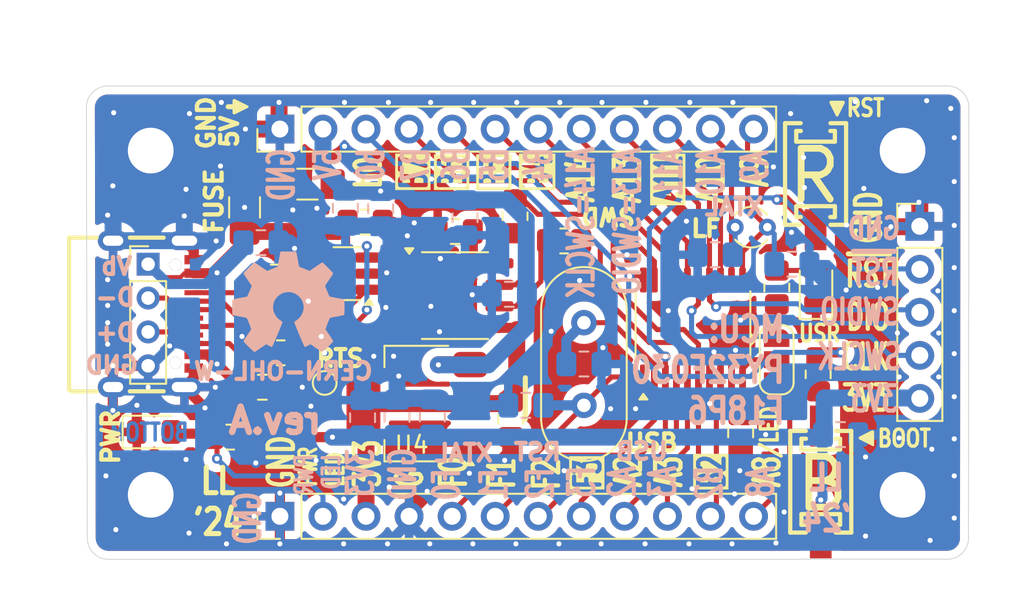
<source format=kicad_pcb>
(kicad_pcb (version 20240108) (generator "pcbnew") (generator_version "8.0")
  (layers (0 "F.Cu" signal) (31 "B.Cu" signal) (34 "B.Paste" user) (35 "F.Paste" user) (36 "B.SilkS" user "B.Silkscreen") (37 "F.SilkS" user "F.Silkscreen") (38 "B.Mask" user) (39 "F.Mask" user) (44 "Edge.Cuts" user))
  (net 0 "")
  (net 2 "Net-(U3-RXD)")
  (net 3 "GND")
  (net 4 "Net-(U3-~{RTS})")
  (net 5 "+5V")
  (net 6 "Net-(U3-TXD)")
  (net 9 "VBUS")
  (net 10 "USB_D-")
  (net 11 "USB_D+")
  (net 12 "Net-(F1-Pad2)")
  (net 13 "+3V3")
  (net 14 "Net-(USB1-CC1)")
  (net 15 "Net-(USB1-CC2)")
  (net 17 "/PB7")
  (net 18 "/PB6")
  (net 19 "/PB5")
  (net 20 "/PB4")
  (net 21 "/PA11")
  (net 22 "/PA10")
  (net 23 "/PA9")
  (net 24 "/PB2")
  (net 25 "/PA8")
  (net 26 "Net-(D3-A)")
  (net 27 "Net-(JP2-A)")
  (net 28 "Net-(JP2-C)")
  (net 29 "SWDCLK")
  (net 30 "SWDIO")
  (net 31 "/PF0")
  (net 32 "/PF1")
  (net 33 "/PF3")
  (net 34 "PYURX")
  (net 35 "PYUTX")
  (net 36 "BOOT0")
  (net 37 "NRST")
  (net 38 "Net-(R8-Pad1)")
  (net 39 "PWRLED")
  (footprint "Inductor_SMD:L_1206_3216Metric_Pad1.42x1.75mm_HandSolder" (layer "F.Cu") (at 103.2256 68.0212)
    (property "Reference" "FB1" (hide yes))
    (property "Value" "~")
  )
  (footprint "Package_SO:SOP-8_3.9x4.9mm_P1.27mm" (layer "F.Cu") (at 111.929 74.5998)
    (property "Reference" "U3" (hide yes))
    (property "Value" "CH340N")
  )
  (footprint "Crystal:Crystal_HC49-4H_Vertical" (layer "F.Cu") (at 119.5324 76.2 -90)
    (property "Reference" "Y2" (hide yes))
    (property "Value" "12M")
  )
  (footprint "Crystal:Crystal_Round_D2.0mm_Vertical" (layer "F.Cu") (at 130.3528 70.5612 180)
    (property "Reference" "Y1" (hide yes))
    (property "Value" "32.768 kHz")
  )
  (footprint "Capacitor_SMD:C_0805_2012Metric_Pad1.18x1.45mm_HandSolder" (layer "F.Cu") (at 106.6292 70.2564)
    (property "Reference" "C3" (hide yes))
    (property "Value" "100nF")
  )
  (footprint "LED_SMD:LED_0805_2012Metric_Pad1.15x1.40mm_HandSolder" (layer "F.Cu") (at 133.223 74.1172 90)
    (property "Reference" "D3" (hide yes))
    (property "Value" "LED-R")
  )
  (footprint "Capacitor_SMD:C_0805_2012Metric_Pad1.18x1.45mm_HandSolder" (layer "F.Cu") (at 111.9417 70.8152)
    (property "Reference" "C10" (hide yes))
    (property "Value" "100nF")
  )
  (footprint "Resistor_SMD:R_0805_2012Metric_Pad1.20x1.40mm_HandSolder" (layer "F.Cu") (at 133.35 79.248 90)
    (property "Reference" "R8" (hide yes))
    (property "Value" "1k")
  )
  (footprint "MountingHole:MountingHole_2.7mm_M2.5_ISO7380_Pad" (layer "F.Cu") (at 138.3284 86.36)
    (property "Reference" "H2" (hide yes))
    (property "Value" "MountingHole")
  )
  (footprint "MountingHole:MountingHole_2.7mm_M2.5_ISO7380_Pad" (layer "F.Cu") (at 138.3284 66.04)
    (property "Reference" "H1" (hide yes))
    (property "Value" "MountingHole")
  )
  (footprint "pupill32:SW-SMD_L6.0-W3.5-LS8.2" (layer "F.Cu") (at 133.5024 85.6 90)
    (property "Reference" "SW2" (hide yes))
    (property "Value" "BOOT_BTN")
  )
  (footprint "Resistor_SMD:R_0805_2012Metric_Pad1.20x1.40mm_HandSolder" (layer "F.Cu") (at 115.4684 69.9168 90)
    (property "Reference" "R5" (hide yes))
    (property "Value" "0R")
  )
  (footprint "MountingHole:MountingHole_2.7mm_M2.5_ISO7380_Pad" (layer "F.Cu") (at 93.98 66.04)
    (property "Reference" "H3" (hide yes))
    (property "Value" "MountingHole")
  )
  (footprint "Connector_PinHeader_2.54mm:PinHeader_1x12_P2.54mm_Vertical" (layer "F.Cu") (at 101.6 87.63 90)
    (property "Reference" "J2" (hide yes))
    (property "Value" "HeaderL")
  )
  (footprint "Capacitor_SMD:C_0805_2012Metric_Pad1.18x1.45mm_HandSolder" (layer "F.Cu") (at 128.778 82.7024 -90)
    (property "Reference" "C4" (hide yes))
    (property "Value" "100nF")
  )
  (footprint "Fuse:Fuse_1206_3216Metric_Pad1.42x1.75mm_HandSolder" (layer "F.Cu") (at 99.5172 69.3928 90)
    (property "Reference" "F1" (hide yes))
    (property "Value" "0.8A")
  )
  (footprint "Resistor_SMD:R_0805_2012Metric_Pad1.20x1.40mm_HandSolder" (layer "F.Cu") (at 98.6696 82.9564 180)
    (property "Reference" "R2" (hide yes))
    (property "Value" "1k")
  )
  (footprint "Connector_PinHeader_2.54mm:PinHeader_1x12_P2.54mm_Vertical" (layer "F.Cu") (at 101.6 64.77 90)
    (property "Reference" "J1" (hide yes))
    (property "Value" "HeaderR")
  )
  (footprint "Resistor_SMD:R_0805_2012Metric_Pad1.20x1.40mm_HandSolder" (layer "F.Cu") (at 101.2952 73.5076 180)
    (property "Reference" "R3" (hide yes))
    (property "Value" "5k1")
  )
  (footprint "MountingHole:MountingHole_2.7mm_M2.5_ISO7380_Pad" (layer "F.Cu") (at 93.98 86.36)
    (property "Reference" "H4" (hide yes))
    (property "Value" "MountingHole")
  )
  (footprint "LED_SMD:LED_0805_2012Metric_Pad1.15x1.40mm_HandSolder" (layer "F.Cu") (at 94.1832 82.6516)
    (property "Reference" "D2" (hide yes))
    (property "Value" "LED-G")
  )
  (footprint "pupill32:USB-C-SMD_TYPE-C-6PIN-2MD-073" (layer "F.Cu") (at 94.14 75.68 -90)
    (property "Reference" "USB1" (hide yes))
    (property "Value" "TYPE-C 16PIN 2MD(073)" (hide yes))
  )
  (footprint "Resistor_SMD:R_0805_2012Metric_Pad1.20x1.40mm_HandSolder" (layer "F.Cu") (at 118.364 71.374)
    (property "Reference" "R6" (hide yes))
    (property "Value" "0R")
  )
  (footprint "Connector_PinHeader_2.00mm:PinHeader_1x04_P2.00mm_Vertical" (layer "F.Cu") (at 93.8276 72.7456)
    (property "Reference" "J3" (hide yes))
    (property "Value" "USB_PINS")
  )
  (footprint "Jumper:SolderJumper-3_P1.3mm_Open_RoundedPad1.0x1.5mm" (layer "F.Cu") (at 130.9017 78.3844 -90)
    (property "Reference" "JP2" (hide yes))
    (property "Value" "PA8_SEL")
  )
  (footprint "Package_TO_SOT_SMD:SOT-23-6" (layer "F.Cu") (at 105.5624 73.3044 180)
    (property "Reference" "U1" (hide yes))
    (property "Value" "SRV05-4")
  )
  (footprint "TestPoint:TestPoint_Pad_D1.0mm" (layer "F.Cu") (at 104.2416 79.756)
    (property "Reference" "TP1" (hide yes))
    (property "Value" "RTSn")
  )
  (footprint "Package_SO:TSSOP-20_4.4x6.5mm_P0.65mm" (layer "F.Cu") (at 125.9638 76.5421 90)
    (property "Reference" "U2" (hide yes))
    (property "Value" "PY32F030F18P6")
  )
  (footprint "Resistor_SMD:R_0805_2012Metric_Pad1.20x1.40mm_HandSolder" (layer "F.Cu") (at 101.6508 77.978 180)
    (property "Reference" "R4" (hide yes))
    (property "Value" "5k1")
  )
  (footprint "Resistor_SMD:R_0805_2012Metric_Pad1.20x1.40mm_HandSolder" (layer "F.Cu") (at 130.9116 74.1172 90)
    (property "Reference" "R7" (hide yes))
    (property "Value" "1k")
  )
  (footprint "Capacitor_SMD:C_0805_2012Metric_Pad1.18x1.45mm_HandSolder" (layer "F.Cu") (at 100.5625 80.01)
    (property "Reference" "C9" (hide yes))
    (property "Value" "10uF")
  )
  (footprint "Capacitor_SMD:C_0805_2012Metric_Pad1.18x1.45mm_HandSolder" (layer "F.Cu") (at 115.2144 81.9111 90)
    (property "Reference" "C11" (hide yes))
    (property "Value" "100nF")
  )
  (footprint "Package_TO_SOT_SMD:SOT-223-3_TabPin2" (layer "F.Cu") (at 109.6772 80.9752 180)
    (property "Reference" "U4")
    (property "Value" "AMS1117-3.3")
  )
  (footprint "Connector_PinHeader_2.54mm:PinHeader_1x05_P2.54mm_Vertical" (layer "F.Cu") (at 139.3444 70.5104)
    (property "Reference" "J4" (hide yes))
    (property "Value" "SWD_HEADER")
  )
  (footprint "pupill32:SW-SMD_L6.0-W3.5-LS8.2" (layer "F.Cu") (at 133.1976 67.4116 -90)
    (property "Reference" "SW1" (hide yes))
    (property "Value" "RST_BTN")
  )
  (footprint "Capacitor_SMD:C_0805_2012Metric_Pad1.18x1.45mm_HandSolder" (layer "B.Cu") (at 105.4608 69.4436 -90)
    (property "Reference" "C6" (hide yes))
    (property "Value" "10uF")
  )
  (footprint "Symbol:OSHW-Symbol_6.7x6mm_SilkScreen" (layer "B.Cu") (at 102.108 74.9808 180)
    (property "Reference" "OHW" (hide yes))
    (property "Value" "OSHW-Symbol_6.7x6mm_SilkScreen" (hide yes))
  )
  (footprint "Capacitor_SMD:C_0805_2012Metric_Pad1.18x1.45mm_HandSolder" (layer "B.Cu") (at 110.5916 81.7665 90)
    (property "Reference" "C2" (hide yes))
    (property "Value" "1uF")
  )
  (footprint "Capacitor_SMD:C_0805_2012Metric_Pad1.18x1.45mm_HandSolder" (layer "B.Cu") (at 119.5324 78.6384 180)
    (property "Reference" "C18" (hide yes))
    (property "Value" "12p")
  )
  (footprint "Capacitor_SMD:C_0805_2012Metric_Pad1.18x1.45mm_HandSolder" (layer "B.Cu") (at 115.1343 74.5236 180)
    (property "Reference" "C15" (hide yes))
    (property "Value" "100nF")
  )
  (footprint "Capacitor_SMD:C_0805_2012Metric_Pad1.18x1.45mm_HandSolder" (layer "B.Cu") (at 106.4768 81.8095 90)
    (property "Reference" "C16" (hide yes))
    (property "Value" "10uF")
  )
  (footprint "Capacitor_SMD:C_0805_2012Metric_Pad1.18x1.45mm_HandSolder" (layer "B.Cu") (at 108.5088 81.788 90)
    (property "Reference" "C5" (hide yes))
    (property "Value" "100nF")
  )
  (footprint "Capacitor_SMD:C_0805_2012Metric_Pad1.18x1.45mm_HandSolder" (layer "B.Cu") (at 112.522 70.0024 -90)
    (property "Reference" "C7" (hide yes))
    (property "Value" "1uF")
  )
  (footprint "Capacitor_SMD:C_0805_2012Metric_Pad1.18x1.45mm_HandSolder" (layer "B.Cu") (at 131.7967 72.7456)
    (property "Reference" "C13" (hide yes))
    (property "Value" "12p")
  )
  (footprint "Capacitor_SMD:C_0805_2012Metric_Pad1.18x1.45mm_HandSolder" (layer "B.Cu") (at 107.5436 69.4651 -90)
    (property "Reference" "C14" (hide yes))
    (property "Value" "10uF")
  )
  (footprint "Capacitor_SMD:C_0805_2012Metric_Pad1.18x1.45mm_HandSolder" (layer "B.Cu") (at 127.2755 72.1868 180)
    (property "Reference" "C8" (hide yes))
    (property "Value" "12p")
  )
  (footprint "Capacitor_SMD:C_0805_2012Metric_Pad1.18x1.45mm_HandSolder" (layer "B.Cu") (at 100.4824 71.4756)
    (property "Reference" "C1" (hide yes))
    (property "Value" "1uF")
  )
  (footprint "Capacitor_SMD:C_0805_2012Metric_Pad1.18x1.45mm_HandSolder" (layer "B.Cu") (at 116.1073 81.0768)
    (property "Reference" "C17" (hide yes))
    (property "Value" "12p")
  )
  (footprint "Capacitor_SMD:C_0805_2012Metric_Pad1.18x1.45mm_HandSolder" (layer "B.Cu") (at 134.6708 82.804)
    (property "Reference" "C12" (hide yes))
    (property "Value" "100nF")
  )
  (gr_line (start 137.8712 71.9836) (end 135.4328 71.9836) (stroke (width 0.3)) (layer "B.SilkS"))
  (gr_poly (pts (xy 99.6188 63.4492) (xy 98.9076 63.8048) (xy 98.9076 63.0936) (xy 99.6188 63.4492)) (stroke (width 0.2)) (fill solid) (layer "F.SilkS"))
  (gr_line (start 135.128 72.136) (end 137.5664 72.136) (stroke (width 0.3)) (layer "F.SilkS"))
  (gr_line (start 98.552 63.4492) (end 99.4664 63.4492) (stroke (width 0.3)) (layer "F.SilkS"))
  (gr_poly (pts (xy 134.4676 63.9064) (xy 134.112 63.1952) (xy 134.8232 63.1952) (xy 134.4676 63.9064)) (stroke (width 0.2)) (fill solid) (layer "F.SilkS"))
  (gr_poly (pts (xy 135.8392 83.0072) (xy 136.5504 82.6516) (xy 136.5504 83.3628) (xy 135.8392 83.0072)) (stroke (width 0.2)) (fill solid) (layer "F.SilkS"))
  (gr_line (start 116.078 81.8896) (end 116.078 79.4512) (stroke (width 0.3)) (layer "F.SilkS"))
  (gr_line (start 91.4908 90.17) (end 140.97 90.163548) (stroke (width 0.05)) (layer "Edge.Cuts"))
  (gr_arc (start 140.986375 62.229893) (mid 141.878675 62.602904) (end 142.24 63.5) (stroke (width 0.05)) (layer "Edge.Cuts"))
  (gr_line (start 90.186478 63.499789) (end 90.237121 88.916295) (stroke (width 0.05)) (layer "Edge.Cuts"))
  (gr_arc (start 142.215435 88.849111) (mid 141.875412 89.774178) (end 140.97 90.163548) (stroke (width 0.05)) (layer "Edge.Cuts"))
  (gr_line (start 91.44 62.23) (end 140.986375 62.229893) (stroke (width 0.05)) (layer "Edge.Cuts"))
  (gr_arc (start 91.4908 90.17) (mid 90.604301 89.802796) (end 90.237121 88.916295) (stroke (width 0.05)) (layer "Edge.Cuts"))
  (gr_line (start 142.24 63.5) (end 142.215435 88.849111) (stroke (width 0.05)) (layer "Edge.Cuts"))
  (gr_arc (start 90.186478 63.499789) (mid 90.547856 62.602911) (end 91.44 62.23) (stroke (width 0.05)) (layer "Edge.Cuts"))
  (gr_text "TOP" (at 92.6592 70.3072 0) (layer "F.Cu") (effects (font (size 1 0.8) (thickness 0.2) (bold yes)) (justify left bottom)))
  (gr_text "BOTTOM" (at 96.3168 83.2612 0) (layer "B.Cu") (effects (font (size 1 0.8) (thickness 0.2) (bold yes)) (justify left bottom mirror)))
  (gr_text "rev.A" (at 104.2416 82.8548 0) (layer "B.SilkS") (effects (font (size 1.5 1.5) (thickness 0.375) (bold yes)) (justify left bottom mirror)))
  (gr_text "A11" (at 125.4252 65.786 90) (layer "B.SilkS") (effects (font (size 1.5 1) (thickness 0.25) (bold yes)) (justify left bottom mirror)))
  (gr_text "A14=SWCLK" (at 120.2436 65.6844 90) (layer "B.SilkS") (effects (font (size 1.5 1) (thickness 0.25) (bold yes)) (justify left bottom mirror)))
  (gr_text "PWR\nLED" (at 105.2189 83.8708 90) (layer "B.SilkS") (effects (font (size 1 0.75) (thickness 0.1875) (bold yes)) (justify left bottom mirror)))
  (gr_text "3V3" (at 107.2388 83.5152 90) (layer "B.SilkS") (effects (font (size 1.5 1) (thickness 0.25) (bold yes)) (justify left bottom mirror)))
  (gr_text "Vb" (at 93.0148 73.4568 0) (layer "B.SilkS") (effects (font (size 1 1) (thickness 0.25) (bold yes)) (justify left bottom mirror)))
  (gr_text "F2" (at 117.8439 84.6328 90) (layer "B.SilkS") (effects (font (size 1.5 1) (thickness 0.25) (bold yes)) (justify left bottom mirror)))
  (gr_text "D-" (at 93.1672 75.2856 0) (layer "B.SilkS") (effects (font (size 1 1) (thickness 0.25) (bold yes)) (justify left bottom mirror)))
  (gr_text "D+" (at 93.1672 77.3684 0) (layer "B.SilkS") (effects (font (size 1 1) (thickness 0.25) (bold yes)) (justify left bottom mirror)))
  (gr_text "B5" (at 115.1636 65.7352 90) (layer "B.SilkS") (effects (font (size 1.5 1) (thickness 0.25) (bold yes)) (justify left bottom mirror)))
  (gr_text "USB" (at 124.6124 84.3788 -0) (layer "B.SilkS") (effects (font (size 1 1) (thickness 0.25) (bold yes)) (justify left bottom mirror)))
  (gr_text "A3" (at 125.0575 84.5312 90) (layer "B.SilkS") (effects (font (size 1.5 1) (thickness 0.25) (bold yes)) (justify left bottom mirror)))
  (gr_text "3V3" (at 138.2268 81.5848 0) (layer "B.SilkS") (effects (font (size 1.5 1) (thickness 0.25) (bold yes)) (justify left bottom mirror)))
  (gr_text "XTAL" (at 130.2512 69.9516 0) (layer "B.SilkS") (effects (font (size 1 1) (thickness 0.25) (bold yes)) (justify left bottom mirror)))
  (gr_text "B7" (at 110.49 65.7352 90) (layer "B.SilkS") (effects (font (size 1.5 1) (thickness 0.25) (bold yes)) (justify left bottom mirror)))
  (gr_text "F1" (at 115.1128 84.6836 90) (layer "B.SilkS") (effects (font (size 1.5 1) (thickness 0.25) (bold yes)) (justify left bottom mirror)))
  (gr_text "GND" (at 102.5652 65.786 90) (layer "B.SilkS") (effects (font (size 1.5 1) (thickness 0.25) (bold yes)) (justify left bottom mirror)))
  (gr_text "GND" (at 109.728 83.4644 90) (layer "B.SilkS") (effects (font (size 1.5 1) (thickness 0.25) (bold yes)) (justify left bottom mirror)))
  (gr_text "SWDIO" (at 138.2776 76.454 0) (layer "B.SilkS") (effects (font (size 1.5 1) (thickness 0.25) (bold yes)) (justify left bottom mirror)))
  (gr_text "B2" (at 127.8007 84.5312 90) (layer "B.SilkS") (effects (font (size 1.5 1) (thickness 0.25) (bold yes)) (justify left bottom mirror)))
  (gr_text "XTAL" (at 114.3 84.4804 0) (layer "B.SilkS") (effects (font (size 1 1) (thickness 0.25) (bold yes)) (justify left bottom mirror)))
  (gr_text "B4" (at 117.7544 65.7352 90) (layer "B.SilkS") (effects (font (size 1.5 1) (thickness 0.25) (bold yes)) (justify left bottom mirror)))
  (gr_text "MCU:\nPY32F030\nF18P6" (at 131.5212 82.296 0) (layer "B.SilkS") (effects (font (size 1.5 1.2) (thickness 0.3) (bold yes)) (justify left bottom mirror)))
  (gr_text "GND" (at 100.584 86.0552 90) (layer "B.SilkS") (effects (font (size 1.5 1) (thickness 0.25) (bold yes)) (justify left bottom mirror)))
  (gr_text "F0" (at 112.3188 84.6836 90) (layer "B.SilkS") (effects (font (size 1.5 1) (thickness 0.25) (bold yes)) (justify left bottom mirror)))
  (gr_text "A13=SWDIO" (at 122.9868 65.7352 90) (layer "B.SilkS") (effects (font (size 1.5 1) (thickness 0.25) (bold yes)) (justify left bottom mirror)))
  (gr_text "A9" (at 130.5052 65.8876 90) (layer "B.SilkS") (effects (font (size 1.5 1) (thickness 0.25) (bold yes)) (justify left bottom mirror)))
  (gr_text "RST" (at 118.3132 84.4296 0) (layer "B.SilkS") (effects (font (size 1 1) (thickness 0.25) (bold yes)) (justify left bottom mirror)))
  (gr_text "5V" (at 105.3084 65.786 90) (layer "B.SilkS") (effects (font (size 1.5 1) (thickness 0.25) (bold yes)) (justify left bottom mirror)))
  (gr_text "A8" (at 130.8487 84.5312 90) (layer "B.SilkS") (effects (font (size 1.5 1) (thickness 0.25) (bold yes)) (justify left bottom mirror)))
  (gr_text "RST" (at 138.2268 74.1172 0) (layer "B.SilkS") (effects (font (size 1.5 1) (thickness 0.25) (bold yes)) (justify left bottom mirror)))
  (gr_text "GND" (at 138.3284 71.374 0) (layer "B.SilkS") (effects (font (size 1.25 1) (thickness 0.25) (bold yes)) (justify left bottom mirror)))
  (gr_text "A10" (at 127.9144 65.7352 90) (layer "B.SilkS") (effects (font (size 1.5 1) (thickness 0.25) (bold yes)) (justify left bottom mirror)))
  (gr_text "GND" (at 93.3704 79.2988 0) (layer "B.SilkS") (effects (font (size 1 1) (thickness 0.25) (bold yes)) (justify left bottom mirror)))
  (gr_text "F3" (at 120.2823 84.5312 90) (layer "B.SilkS") (effects (font (size 1.5 1) (thickness 0.25) (bold yes)) (justify left bottom mirror)))
  (gr_text "SWCLK" (at 138.3792 79.0956 0) (layer "B.SilkS") (effects (font (size 1.5 1) (thickness 0.25) (bold yes)) (justify left bottom mirror)))
  (gr_text "b0" (at 107.8484 65.786 90) (layer "B.SilkS") (effects (font (size 1.5 1) (thickness 0.25) (bold yes)) (justify left bottom mirror)))
  (gr_text "LL\n'24" (at 133.858 88.646 -0) (layer "B.SilkS") (effects (font (size 1.5 1.2) (thickness 0.3) (bold yes)) (justify bottom mirror)))
  (gr_text "A2" (at 122.6699 84.5312 90) (layer "B.SilkS") (effects (font (size 1.5 1) (thickness 0.25) (bold yes)) (justify left bottom mirror)))
  (gr_text "CERN-OHL-W" (at 101.8032 79.6544 0) (layer "B.SilkS") (effects (font (size 1 1) (thickness 0.25) (bold yes)) (justify bottom mirror)))
  (gr_text "B6" (at 112.8776 65.6844 90) (layer "B.SilkS") (effects (font (size 1.5 1) (thickness 0.25) (bold yes)) (justify left bottom mirror)))
  (gr_text "USB" (at 121.8692 83.8708 0) (layer "F.SilkS") (effects (font (size 1 1) (thickness 0.25) (bold yes)) (justify left bottom)))
  (gr_text "A3" (at 125.4252 86.0552 90) (layer "F.SilkS") (effects (font (size 1.5 1) (thickness 0.25) (bold yes)) (justify left bottom)))
  (gr_text "F1" (at 115.57 86.1568 90) (layer "F.SilkS") (effects (font (size 1.5 1) (thickness 0.25) (bold yes)) (justify left bottom)))
  (gr_text "A9" (at 130.5052 68.326 90) (layer "F.SilkS") (effects (font (size 1.5 1) (thickness 0.25) (bold yes)) (justify left bottom)))
  (gr_text "LL\n'24" (at 97.9424 88.8492 0) (layer "F.SilkS") (effects (font (size 1.5 1.2) (thickness 0.3) (bold yes)) (justify bottom)))
  (gr_text "PWR" (at 92.202 84.6836 90) (layer "F.SilkS") (effects (font (size 1 1) (thickness 0.25) (bold yes)) (justify left bottom)))
  (gr_text "5V" (at 99.2124 65.9892 90) (layer "F.SilkS") (effects (font (size 1 1) (thickness 0.25) (bold yes)) (justify left bottom)))
  (gr_text "3V3" (at 134.62 81.534 0) (layer "F.SilkS") (effects (font (size 1.5 1) (thickness 0.25) (bold yes)) (justify left bottom)))
  (gr_text "A11" (at 125.4252 69.2404 90) (layer "F.SilkS" knockout) (effects (font (size 1.5 1) (thickness 0.25) (bold yes)) (justify left bottom)))
  (gr_text "RST" (at 134.8232 74.2188 0) (layer "F.SilkS") (effects (font (size 1.5 1) (thickness 0.25) (bold yes)) (justify left bottom)))
  (gr_text "F2" (at 118.2116 86.2076 90) (layer "F.SilkS") (effects (font (size 1.5 1) (thickness 0.25) (bold yes)) (justify left bottom)))
  (gr_text "A2" (at 123.0376 86.0552 90) (layer "F.SilkS") (effects (font (size 1.5 1) (thickness 0.25) (bold yes)) (justify left bottom)))
  (gr_text "F0" (at 112.7252 86.106 90) (layer "F.SilkS") (effects (font (size 1.5 1) (thickness 0.25) (bold yes)) (justify left bottom)))
  (gr_text "GND" (at 97.8408 66.0908 90) (layer "F.SilkS") (effects (font (size 1 1) (thickness 0.25) (bold yes)) (justify left bottom)))
  (gr_text "R" (at 131.3688 69.2912 0) (layer "F.SilkS") (effects (font (size 3 3) (thickness 0.4) (bold yes)) (justify left bottom)))
  (gr_text "RST" (at 134.9248 64.1096 0) (layer "F.SilkS") (effects (font (size 1 0.8) (thickness 0.2) (bold yes)) (justify left bottom)))
  (gr_text "B" (at 131.826 87.4776 0) (layer "F.SilkS") (effects (font (size 3 3) (thickness 0.4) (bold yes)) (justify left bottom)))
  (gr_text "GND" (at 102.5652 86.106 90) (layer "F.SilkS") (effects (font (size 1.5 1) (thickness 0.25) (bold yes)) (justify left bottom)))
  (gr_text "A10" (at 127.9144 69.2912 90) (layer "F.SilkS") (effects (font (size 1.5 1) (thickness 0.25) (bold yes)) (justify left bottom)))
  (gr_text "B7" (at 110.3884 68.4784 90) (layer "F.SilkS" knockout) (effects (font (size 1.5 1) (thickness 0.25) (bold yes)) (justify left bottom)))
  (gr_text "DIO" (at 134.874 76.7588 0) (layer "F.SilkS") (effects (font (size 1.5 1) (thickness 0.25) (bold yes)) (justify left bottom)))
  (gr_text "USR" (at 132.1054 77.4192 0) (layer "F.SilkS") (effects (font (size 1 0.8) (thickness 0.2) (bold yes)) (justify left bottom)))
  (gr_text "RTS" (at 103.632 78.8924 0) (layer "F.SilkS") (effects (font (size 1 1) (thickness 0.25) (bold yes)) (justify left bottom)))
  (gr_text "B5" (at 115.1636 68.4784 90) (layer "F.SilkS" knockout) (effects (font (size 1.5 1) (thickness 0.25) (bold yes)) (justify left bottom)))
  (gr_text "B6" (at 112.6744 68.4784 90) (layer "F.SilkS" knockout) (effects (font (size 1.5 1) (thickness 0.25) (bold yes)) (justify left bottom)))
  (gr_text "F3" (at 120.65 86.1568 90) (layer "F.SilkS" knockout) (effects (font (size 1.5 1) (thickness 0.25) (bold yes)) (justify left bottom)))
  (gr_text "A14" (at 120.2436 69.2404 90) (layer "F.SilkS") (effects (font (size 1.5 1) (thickness 0.25) (bold yes)) (justify left bottom)))
  (gr_text "B2" (at 127.9652 86.1568 90) (layer "F.SilkS" knockout) (effects (font (size 1.5 1) (thickness 0.25) (bold yes)) (justify left bottom)))
  (gr_text "/LED" (at 131.064 84.2772 90) (layer "F.SilkS") (effects (font (size 1 0.8) (thickness 0.2) (bold yes)) (justify left bottom)))
  (gr_text "B4" (at 117.7544 68.4784 90) (layer "F.SilkS" knockout) (effects (font (size 1.5 1) (thickness 0.25) (bold yes)) (justify left bottom)))
  (gr_text "A8" (at 131.2164 86.0552 90) (layer "F.SilkS") (effects (font (size 1.5 1) (thickness 0.25) (bold yes)) (justify left bottom)))
  (gr_text "GND" (at 137.2108 71.6788 90) (layer "F.SilkS") (effects (font (size 1.5 1) (thickness 0.25) (bold yes)) (justify left bottom)))
  (gr_text "PWR\nLED" (at 105.4608 86.0044 90) (layer "F.SilkS") (effects (font (size 1 0.75) (thickness 0.1875) (bold yes)) (justify left bottom)))
  (gr_text "FUSE" (at 98.298 71.0692 90) (layer "F.SilkS") (effects (font (size 1 1) (thickness 0.25) (bold yes)) (justify left bottom)))
  (gr_text "b0" (at 107.696 68.4276 90) (layer "F.SilkS") (effects (font (size 1.5 1) (thickness 0.25) (bold yes)) (justify left bottom)))
  (gr_text "G" (at 110.1344 86.106 90) (layer "F.SilkS") (effects (font (size 1.5 1) (thickness 0.25) (bold yes)) (justify left bottom)))
  (gr_text "CLK" (at 134.5692 79.0956 0) (layer "F.SilkS") (effects (font (size 1.5 1) (thickness 0.25) (bold yes)) (justify left bottom)))
  (gr_text "SWD" (at 122.682 69.342 180) (layer "F.SilkS") (effects (font (size 1 1) (thickness 0.25) (bold yes)) (justify left bottom)))
  (gr_text "A13" (at 122.9868 69.2912 90) (layer "F.SilkS") (effects (font (size 1.5 1) (thickness 0.25) (bold yes)) (justify left bottom)))
  (gr_text "LF" (at 125.73 71.2216 0) (layer "F.SilkS") (effects (font (size 1 1) (thickness 0.25) (bold yes)) (justify left bottom)))
  (gr_text "BOOT" (at 136.7536 83.6168 0) (layer "F.SilkS") (effects (font (size 1 0.8) (thickness 0.2) (bold yes)) (justify left bottom)))
  (gr_text "3V3" (at 107.6452 86.0552 90) (layer "F.SilkS") (effects (font (size 1.5 1) (thickness 0.25) (bold yes)) (justify left bottom)))
  (segment (start 114.554 73.9648) (end 115.5192 73.9648) (width 0.3) (layer "F.Cu") (net 2))
  (segment (start 115.5192 73.9648) (end 116.1288 73.3552) (width 0.3) (layer "F.Cu") (net 2))
  (segment (start 116.1288 71.5772) (end 115.4684 70.9168) (width 0.3) (layer "F.Cu") (net 2))
  (segment (start 116.1288 73.3552) (end 116.1288 71.5772) (width 0.3) (layer "F.Cu") (net 2))
  (segment (start 97.1804 81.2292) (end 95.97 80.0188) (width 0.6) (layer "F.Cu") (net 3))
  (segment (start 91.7448 78.74) (end 91.7448 81.3816) (width 0.6) (layer "F.Cu") (net 3))
  (segment (start 96.52 78.88) (end 96.52 79.45) (width 0.6) (layer "F.Cu") (net 3))
  (segment (start 133.1722 65.7606) (end 133.1722 63.8556) (width 1) (layer "F.Cu") (net 3))
  (segment (start 106.6999 73.3044) (end 107.8484 73.3044) (width 0.6) (layer "F.Cu") (net 3))
  (segment (start 95.97 80.0188) (end 95.97 80) (width 0.6) (layer "F.Cu") (net 3))
  (segment (start 92.8624 85.2424) (end 91.3384 85.2424) (width 1) (layer "F.Cu") (net 3))
  (segment (start 139.3444 69.1388) (end 139.3444 70.5104) (width 1) (layer "F.Cu") (net 3))
  (segment (start 137.6426 70.5358) (end 139.319 70.5358) (width 1) (layer "F.Cu") (net 3))
  (segment (start 135 74.2696) (end 134.1274 75.1422) (width 1) (layer "F.Cu") (net 3))
  (segment (start 93.1582 82.6516) (end 93.1582 81.0858) (width 0.6) (layer "F.Cu") (net 3))
  (segment (start 104.2416 77.978) (end 102.6508 77.978) (width 0.6) (layer "F.Cu") (net 3))
  (segment (start 110.9042 70.8152) (end 110.0328 70.8152) (width 1) (layer "F.Cu") (net 3))
  (segment (start 127.2032 77.9272) (end 126.9492 78.1812) (width 0.3) (layer "F.Cu") (net 3))
  (segment (start 109.304 75.2348) (end 107.9152 75.2348) (width 0.6) (layer "F.Cu") (net 3))
  (segment (start 107.9152 75.2348) (end 107.85 75.3) (width 0.6) (layer "F.Cu") (net 3))
  (segment (start 112.776 85.09) (end 112.776 83.3264) (width 1) (layer "F.Cu") (net 3))
  (segment (start 101.5492 64.77) (end 101.5492 63.229978) (width 1) (layer "F.Cu") (net 3))
  (segment (start 99.568 64.77) (end 101.5492 64.77) (width 1) (layer "F.Cu") (net 3))
  (segment (start 93.98 86.36) (end 94.996 87.376) (width 0.6) (layer "F.Cu") (net 3))
  (segment (start 110.0328 70.8152) (end 109.5248 70.3072) (width 1) (layer "F.Cu") (net 3))
  (segment (start 102.2952 71.9836) (end 102.2952 73.5076) (width 0.6) (layer "F.Cu") (net 3))
  (segment (start 139.2936 69.088) (end 139.3444 69.1388) (width 1) (layer "F.Cu") (net 3))
  (segment (start 109.22 87.63) (end 109.22 87.2236) (width 1) (layer "F.Cu") (net 3))
  (segment (start 132.4864 66.4464) (end 133.1722 65.7606) (width 1) (layer "F.Cu") (net 3))
  (segment (start 115.2144 82.9486) (end 115.2144 83.9724) (width 1) (layer "F.Cu") (net 3))
  (segment (start 93.8276 78.7456) (end 91.7504 78.7456) (width 0.6) (layer "F.Cu") (net 3))
  (segment (start 102.4636 71.8152) (end 102.2952 71.9836) (width 0.6) (layer "F.Cu") (net 3))
  (segment (start 96.52 79.45) (end 95.97 80) (width 0.6) (layer "F.Cu") (net 3))
  (segment (start 107.8484 73.3044) (end 107.8992 73.2536) (width 0.6) (layer "F.Cu") (net 3))
  (segment (start 102.9208 80.01) (end 101.6 80.01) (width 0.6) (layer "F.Cu") (net 3))
  (segment (start 93.1582 81.0858) (end 93.1672 81.0768) (width 0.6) (layer "F.Cu") (net 3))
  (segment (start 128.778 84.8868) (end 128.778 83.7399) (width 1) (layer "F.Cu") (net 3))
  (segment (start 108.3056 70.2564) (end 107.6667 70.2564) (width 0.6) (layer "F.Cu") (net 3))
  (segment (start 101.6 86.2584) (end 101.6 89.2556) (width 0.6) (layer "F.Cu") (net 3))
  (segment (start 91.694 77.216) (end 91.44 77.47) (width 0.6) (layer "F.Cu") (net 3))
  (segment (start 91.7504 78.7456) (end 91.7448 78.74) (width 0.6) (layer "F.Cu") (net 3))
  (segment (start 126.9492 78.1812) (end 126.9492 80.9752) (width 0.3) (layer "F.Cu") (net 3))
  (segment (start 96.52 71.91) (end 95.97 71.36) (width 0.6) (layer "F.Cu") (net 3))
  (segment (start 115.2144 83.9724) (end 114.8588 84.328) (width 1) (layer "F.Cu") (net 3))
  (segment (start 139.319 70.5358) (end 139.3444 70.5104) (width 1) (layer "F.Cu") (net 3))
  (segment (start 96.52 72.48) (end 96.52 71.91) (width 0.6) (layer "F.Cu") (net 3))
  (segment (start 91.9226 88.4174) (end 96.0628 84.2772) (width 1) (layer "F.Cu") (net 3))
  (segment (start 112.776 83.3264) (end 112.8272 83.2752) (width 1) (layer "F.Cu") (net 3))
  (segment (start 134.1274 75.1422) (end 133.223 75.1422) (width 1) (layer "F.Cu") (net 3))
  (segment (start 110.5066 75.2348) (end 109.304 75.2348) (width 0.6) (layer "F.Cu") (net 3))
  (segment (start 109.22 87.2236) (end 110.2868 86.1568) (width 1) (layer "F.Cu") (net 3))
  (segment (start 109.1184 71.0692) (end 108.3056 70.2564) (width 0.6) (layer "F.Cu") (net 3))
  (segment (start 91.44 73.66) (end 91.44 77.47) (width 0.6) (layer "F.Cu") (net 3))
  (segment (start 96.2406 88.6206) (end 92.8624 85.2424) (width 1) (layer "F.Cu") (net 3))
  (segment (start 95.97 69.9096) (end 95.9612 69.9008) (width 0.6) (layer "F.Cu") (net 3))
  (segment (start 128.7272 84.9376) (end 128.778 84.8868) (width 1) (layer "F.Cu") (net 3))
  (via (at 110.2868 86.1568) (size 0.6) (drill 0.3) (layers "F.Cu" "B.Cu") (net 3))
  (via (at 91.7448 68.1228) (size 0.6) (drill 0.3) (layers "F.Cu" "B.Cu") (net 3))
  (via (at 123.1392 89.2556) (size 0.6) (drill 0.3) (layers "F.Cu" "B.Cu") (net 3))
  (via (at 96.266 63.8556) (size 0.6) (drill 0.3) (layers "F.Cu" "B.Cu") (net 3))
  (via (at 93.1672 81.0768) (size 0.6) (drill 0.3) (layers "F.Cu" "B.Cu") (net 3))
  (via (at 100.076 87.63) (size 0.6) (drill 0.3) (layers "F.Cu" "B.Cu") (net 3))
  (via (at 141.1732 63.5508) (size 0.6) (drill 0.3) (layers "F.Cu" "B.Cu") (net 3))
  (via (at 140.462 76.8096) (size 0.6) (drill 0.3) (layers "F.Cu" "B.Cu") (net 3))
  (via (at 131.7244 63.8556) (size 0.6) (drill 0.3) (layers "F.Cu" "B.Cu") (net 3))
  (via (at 111.0654 72.4154) (size 0.6) (drill 0.3) (layers "F.Cu" "B.Cu") (net 3))
  (via (at 139.954 89.0524) (size 0.6) (drill 0.3) (layers "F.Cu" "B.Cu") (net 3))
  (via (at 100.1776 84.4804) (size 0.6) (drill 0.3) (layers "F.Cu" "B.Cu") (net 3))
  (via (at 93.8276 80.01) (size 0.6) (drill 0.3) (layers "F.Cu" "B.Cu") (net 3))
  (via (at 127.2032 77.9272) (size 0.6) (drill 0.3) (layers "F.Cu" "B.Cu") (net 3))
  (via (at 111.0654 72.4154) (size 0.6) (drill 0.3) (layers "F.Cu" "B.Cu") (net 3))
  (via (at 128.4224 86.3092) (size 0.6) (drill 0.3) (layers "F.Cu" "B.Cu") (net 3))
  (via (at 120.5992 63.1952) (size 0.6) (drill 0.3) (layers "F.Cu" "B.Cu") (net 3))
  (via (at 124.5108 75.4888) (size 0.6) (drill 0.3) (layers "F.Cu" "B.Cu") (net 3))
  (via (at 140.462 79.4004) (size 0.6) (drill 0.3) (layers "F.Cu" "B.Cu") (net 3))
  (via (at 137.6426 70.5358) (size 0.6) (drill 0.3) (layers "F.Cu" "B.Cu") (net 3))
  (via (at 141.3764 65.278) (size 0.6) (drill 0.3) (layers "F.Cu" "B.Cu") (net 3))
  (via (at 141.3764 83.058) (size 0.6) (drill 0.3) (layers "F.Cu" "B.Cu") (net 3))
  (via (at 132.4864 66.4464) (size 0.6) (drill 0.3) (layers "F.Cu" "B.Cu") (net 3))
  (via (at 97.8408 71.374) (size 0.6) (drill 0.3) (layers "F.Cu" "B.Cu") (net 3))
  (via (at 132.5372 68.2244) (size 0.6) (drill 0.3) (layers "F.Cu" "B.Cu") (net 3))
  (via (at 108.3056 78.1812) (size 0.6) (drill 0.3) (layers "F.Cu" "B.Cu") (net 3))
  (via (at 110.5408 67.7164) (size 0.6) (drill 0.3) (layers "F.Cu" "B.Cu") (net 3))
  (via (at 105.3592 86.614) (size 0.6) (drill 0.3) (layers "F.Cu" "B.Cu") (net 3))
  (via (at 108.6104 79.3496) (size 0.6) (drill 0.3) (layers "F.Cu" "B.Cu") (net 3))
  (via (at 141.3764 85.2424) (size 0.6) (drill 0.3) (layers "F.Cu" "B.Cu") (net 3))
  (via (at 91.44 76.2) (size 0.6) (drill 0.3) (layers "F.Cu" "B.Cu") (net 3))
  (via (at 130.8608 89.2048) (size 0.6) (drill 0.3) (layers "F.Cu" "B.Cu") (net 3))
  (via (at 109.5248 70.3072) (size 0.6) (drill 0.3) (layers "F.Cu" "B.Cu") (net 3))
  (via (at 135 74.2696) (size 0.6) (drill 0.3) (layers "F.Cu" "B.Cu") (net 3))
  (via (at 130.7084 67.0052) (size 0.6) (drill 0.3) (layers "F.Cu" "B.Cu") (net 3))
  (via (at 91.3384 85.2424) (size 0.6) (drill 0.3) (layers "F.Cu" "B.Cu") (net 3))
  (via (at 91.7448 78.74) (size 0.6) (drill 0.3) (layers "F.Cu" "B.Cu") (net 3))
  (via (at 110.4392 89.2556) (size 0.6) (drill 0.3) (layers "F.Cu" "B.Cu") (net 3))
  (via (at 123.19 63.1952) (size 0.6) (drill 0.3) (layers "F.Cu" "B.Cu") (net 3))
  (via (at 91.9226 88.4174) (size 0.6) (drill 0.3) (layers "F.Cu" "B.Cu") (net 3))
  (via (at 122.0724 72.1868) (size 0.6) (drill 0.3) (layers "F.Cu" "B.Cu") (net 3))
  (via (at 97.79 80.01) (size 0.6) (drill 0.3) (layers "F.Cu" "B.Cu") (net 3))
  (via (at 138.0236 76.8096) (size 0.6) (drill 0.3) (layers "F.Cu" "B.Cu") (net 3))
  (via (at 115.57 63.1952) (size 0.6) (drill 0.3) (layers "F.Cu" "B.Cu") (net 3))
  (via (at 99.568 64.77) (size 0.6) (drill 0.3) (layers "F.Cu" "B.Cu") (net 3))
  (via (at 136.144 84.1248) (size 0.6) (drill 0.3) (layers "F.Cu" "B.Cu") (net 3))
  (via (at 104.0384 77.0128) (size 0.6) (drill 0.3) (layers "F.Cu" "B.Cu") (net 3))
  (via (at 91.44 73.66) (size 0.6) (drill 0.3) (layers "F.Cu" "B.Cu") (net 3))
  (via (at 107.85 75.3) (size 0.6) (drill 0.3) (layers "F.Cu" "B.Cu") (net 3))
  (via (at 91.7956 63.8048) (size 0.6) (drill 0.3) (layers "F.Cu" "B.Cu") (net 3))
  (via (at 101.6 89.2556) (size 0.6) (drill 0.3) (layers "F.Cu" "B.Cu") (net 3))
  (via (at 141.3764 70.4596) (size 0.6) (drill 0.3) (layers "F.Cu" "B.Cu") (net 3))
  (via (at 104.2416 77.978) (size 0.6) (drill 0.3) (layers "F.Cu" "B.Cu") (net 3))
  (via (at 95.9612 69.9008) (size 0.6) (drill 0.3) (layers "F.Cu" "B.Cu") (net 3))
  (via (at 102.9208 80.01) (size 0.6) (drill 0.3) (layers "F.Cu" "B.Cu") (net 3))
  (via (at 136.8552 74.1172) (size 0.6) (drill 0.3) (layers "F.Cu" "B.Cu") (net 3))
  (via (at 141.3764 75.4888) (size 0.6) (drill 0.3) (layers "F.Cu" "B.Cu") (net 3))
  (via (at 108.0516 85.9028) (size 0.6) (drill 0.3) (layers "F.Cu" "B.Cu") (net 3))
  (via (at 125.5776 70.2056) (size 0.6) (drill 0.3) (layers "F.Cu" "B.Cu") (net 3))
  (via (at 126.9492 80.9752) (size 0.6) (drill 0.3) (layers "F.Cu" "B.Cu") (net 3))
  (via (at 101.6 86.2584) (size 0.6) (drill 0.3) (layers "F.Cu" "B.Cu") (net 3))
  (via (at 139.2936 69.088) (size 0.6) (drill 0.3) (layers "F.Cu" "B.Cu") (net 3))
  (via (at 141.3764 78.0288) (size 0.6) (drill 0.3) (layers "F.Cu" "B.Cu") (net 3))
  (via (at 118.364 84.9376) (size 0.6) (drill 0.3) (layers "F.Cu" "B.Cu") (net 3))
  (via (at 141.3764 67.8688) (size 0.6) (drill 0.3) (layers "F.Cu" "B.Cu") (net 3))
  (via (at 96.0628 84.2772) (size 0.6) (drill 0.3) (layers "F.Cu" "B.Cu") (net 3))
  (via (at 101.5492 63.1952) (size 0.6) (drill 0.3) (layers "F.Cu" "B.Cu") (net 3))
  (via (at 105.3592 89.2556) (size 0.6) (drill 0.3) (layers "F.Cu" "B.Cu") (net 3))
  (via (at 113.03 63.1952) (size 0.6) (drill 0.3) (layers "F.Cu" "B.Cu") (net 3))
  (via (at 139.7508 63.0936) (size 0.6) (drill 0.3) (layers "F.Cu" "B.Cu") (net 3))
  (via (at 107.95 89.2556) (size 0.6) (drill 0.3) (layers "F.Cu" "B.Cu") (net 3))
  (via (at 135.0264 70.4342) (size 0.6) (drill 0.3) (layers "F.Cu" "B.Cu") (net 3))
  (via (at 97.1804 81.2292) (size 0.6) (drill 0.3) (layers "F.Cu" "B.Cu") (net 3))
  (via (at 103.7336 84.328) (size 0.6) (drill 0.3) (layers "F.Cu" "B.Cu") (net 3))
  (via (at 99.3648 77.0128) (size 0.6) (drill 0.3) (layers "F.Cu" "B.Cu") (net 3))
  (via (at 105.41 63.1952) (size 0.6) (drill 0.3) (layers "F.Cu" "B.Cu") (net 3))
  (via (at 119.2784 73.7108) (size 0.6) (drill 0.3) (layers "F.Cu" "B.Cu") (net 3))
  (via (at 140.4112 74.3204) (size 0.6) (drill 0.3) (layers "F.Cu" "B.Cu") (net 3))
  (via (at 98.0948 66.9544) (size 0.6) (drill 0.3) (layers "F.Cu" "B.Cu") (net 3))
  (via (at 95.0976 77.5716) (size 0.6) (drill 0.3) (layers "F.Cu" "B.Cu") (net 3))
  (via (at 141.3764 80.5688) (size 0.6) (drill 0.3) (layers "F.Cu" "B.Cu") (net 3))
  (via (at 120.65 77.6732) (size 0.6) (drill 0.3) (layers "F.Cu" "B.Cu") (net 3))
  (via (at 112.9792 89.2556) (size 0.6) (drill 0.3) (layers "F.Cu" "B.Cu") (net 3))
  (via (at 91.44 77.47) (size 0.6) (drill 0.3) (layers "F.Cu" "B.Cu") (net 3))
  (via (at 96.0628 68.326) (size 0.6) (drill 0.3) (layers "F.Cu" "B.Cu") (net 3))
  (via (at 102.362 69.5452) (size 0.6) (drill 0.3) (layers "F.Cu" "B.Cu") (net 3))
  (via (at 108.0008 63.1952) (size 0.6) (drill 0.3) (layers "F.Cu" "B.Cu") (net 3))
  (via (at 131.3434 87.376) (size 0.6) (drill 0.3) (layers "F.Cu" "B.Cu") (net 3))
  (via (at 131.7752 70.866) (size 0.6) (drill 0.3) (layers "F.Cu" "B.Cu") (net 3))
  (via (at 136.0424 68.2752) (size 0.6) (drill 0.3) (layers "F.Cu" "B.Cu") (net 3))
  (via (at 111.0146 76.7334) (size 0.6) (drill 0.3) (layers "F.Cu" "B.Cu") (net 3))
  (via (at 128.778 76.0476) (size 0.6) (drill 0.3) (layers "F.Cu" "B.Cu") (net 3))
  (via (at 125.9078 86.0044) (size 0.6) (drill 0.3) (layers "F.Cu" "B.Cu") (net 3))
  (via (at 117.602 76.708) (size 0.6) (drill 0.3) (layers "F.Cu" "B.Cu") (net 3))
  (via (at 98.1456 63.1952) (size 0.6) (drill 0.3) (layers "F.Cu" "B.Cu") (net 3))
  (via (at 141.3764 72.9488) (size 0.6) (drill 0.3) (layers "F.Cu" "B.Cu") (net 3))
  (via (at 114.8588 84.328) (size 0.6) (drill 0.3) (layers "F.Cu" "B.Cu") (net 3))
  (via (at 138.1252 83.0072) (size 0.6) (drill 0.3) (layers "F.Cu" "B.Cu") (net 3))
  (via (at 110.49 63.1952) (size 0.6) (drill 0.3) (layers "F.Cu" "B.Cu") (net 3))
  (via (at 128.3208 63.1952) (size 0.6) (drill 0.3) (layers "F.Cu" "B.Cu") (net 3))
  (via (at 103.4288 81.1276) (size 0.6) (drill 0.3) (layers "F.Cu" "B.Cu") (net 3))
  (via (at 91.7448 81.3816) (size 0.6) (drill 0.3) (layers "F.Cu" "B.Cu") (net 3))
  (via (at 140.0556 83.6676) (size 0.6) (drill 0.3) (layers "F.Cu" "B.Cu") (net 3))
  (via (at 128.4732 77.8256) (size 0.6) (drill 0.3) (layers "F.Cu" "B.Cu") (net 3))
  (via (at 136.144 88.7984) (size 0.6) (drill 0.3) (layers "F.Cu" "B.Cu") (net 3))
  (via (at 138.1252 79.4004) (size 0.6) (drill 0.3) (layers "F.Cu" "B.Cu") (net 3))
  (via (at 107.8992 73.2536) (size 0.6) (drill 0.3) (layers "F.Cu" "B.Cu") (net 3))
  (via (at 121.1072 81.28) (size 0.6) (drill 0.3) (layers "F.Cu" "B.Cu") (net 3))
  (via (at 110.5066 75.2348) (size 0.6) (drill 0.3) (layers "F.Cu" "B.Cu") (net 3))
  (via (at 141.3764 87.7316) (size 0.6) (drill 0.3) (layers "F.Cu" "B.Cu") (net 3))
  (via (at 109.1184 71.0692) (size 0.6) (drill 0.3) (layers "F.Cu" "B.Cu") (net 3))
  (via (at 122.5804 81.28) (size 0.6) (drill 0.3) (layers "F.Cu" "B.Cu") (net 3))
  (via (at 91.44 75.184) (size 0.6) (drill 0.3) (layers "F.Cu" "B.Cu") (net 3))
  (via (at 128.27 89.2556) (size 0.6) (drill 0.3) (layers "F.Cu" "B.Cu") (net 3))
  (via (at 118.0592 89.2556) (size 0.6) (drill 0.3) (layers "F.Cu" "B.Cu") (net 3))
  (via (at 96.2406 88.6206) (size 0.6) (drill 0.3) (layers "F.Cu" "B.Cu") (net 3))
  (via (at 112.776 85.09) (size 0.6) (drill 0.3) (layers "F.Cu" "B.Cu") (net 3))
  (via (at 120.5484 89.2556) (size 0.6) (drill 0.3) (layers "F.Cu" "B.Cu") (net 3))
  (via (at 103.7844 69.4436) (size 0.6) (drill 0.3) (layers "F.Cu" "B.Cu") (net 3))
  (via (at 135.5344 63.1444) (size 0.6) (drill 0.3) (layers "F.Cu" "B.Cu") (net 3))
  (via (at 91.44 69.85) (size 0.6) (drill 0.3) (layers "F.Cu" "B.Cu") (net 3))
  (via (at 125.73 89.2556) (size 0.6) (drill 0.3) (layers "F.Cu" "B.Cu") (net 3))
  (via (at 125.7808 63.1952) (size 0.6) (drill 0.3) (layers "F.Cu" "B.Cu") (net 3))
  (via (at 99.5172 69.3928) (size 0.6) (drill 0.3) (layers "F.Cu" "B.Cu") (net 3))
  (via (at 103.2764 74.93) (size 0.6) (drill 0.3) (layers "F.Cu" "B.Cu") (net 3))
  (via (at 102.4636 71.8152) (size 0.6) (drill 0.3) (layers "F.Cu" "B.Cu") (net 3))
  (via (at 105.41 65.786) (size 0.6) (drill 0.3) (layers "F.Cu" "B.Cu") (net 3))
  (via (at 107.1372 78.1812) (size 0.6) (drill 0.3) (layers "F.Cu" "B.Cu") (net 3))
  (via (at 118.11 63.1952) (size 0.6) (drill 0.3) (layers "F.Cu" "B.Cu") (net 3))
  (via (at 98.4504 89.2556) (size 0.6) (drill 0.3) (layers "F.Cu" "B.Cu") (net 3))
  (via (at 128.7272 84.9376) (size 0.6) (drill 0.3) (layers "F.Cu" "B.Cu") (net 3))
  (via (at 115.5192 89.2556) (size 0.6) (drill 0.3) (layers "F.Cu" "B.Cu") (net 3))
  (via (at 112.945 74.549) (size 0.6) (drill 0.3) (layers "F.Cu" "B.Cu") (net 3))
  (segment (start 93.991608 78.7456) (end 93.8276 78.7456) (width 0.6) (layer "B.Cu") (net 3))
  (segment (start 109.22 88.0364) (end 110.4392 89.2556) (width 0.6) (layer "B.Cu") (net 3))
  (segment (start 91.76 71.36) (end 91.76 70.17) (width 1) (layer "B.Cu") (net 3))
  (segment (start 135 74.2696) (end 134.3582 74.2696) (width 1) (layer "B.Cu") (net 3))
  (segment (start 111.0654 71.8146) (end 111.8401 71.0399) (width 1) (layer "B.Cu") (net 3))
  (segment (start 114.0968 74.5236) (end 112.9704 74.5236) (width 1) (layer "B.Cu") (net 3))
  (segment (start 106.4768 78.8416) (end 106.4768 80.772) (width 1) (layer "B.Cu") (net 3))
  (segment (start 106.4768 80.772) (end 108.4873 80.772) (width 1) (layer "B.Cu") (net 3))
  (segment (start 107.8992 73.2536) (end 108.1532 72.9996) (width 1) (layer "B.Cu") (net 3))
  (segment (start 107.1372 78.1812) (end 106.4768 78.8416) (width 1) (layer "B.Cu") (net 3))
  (segment (start 104.0091 70.4811) (end 103.7844 70.2564) (width 1) (layer "B.Cu") (net 3))
  (segment (start 137.922 82.804) (end 138.1252 83.0072) (width 0.6) (layer "B.Cu") (net 3))
  (segment (start 108.1532 71.1122) (end 107.5436 70.5026) (width 1) (layer "B.Cu") (net 3))
  (segment (start 103.7844 70.2564) (end 103.7844 69.4436) (width 1) (layer "B.Cu") (net 3))
  (segment (start 109.22 87.9856) (end 107.95 89.2556) (width 0.6) (layer "B.Cu") (net 3))
  (segment (start 91.76 70.17) (end 91.44 69.85) (width 1) (layer "B.Cu") (net 3))
  (segment (start 135.7083 82.804) (end 135.7083 83.6891) (width 0.6) (layer "B.Cu") (net 3))
  (segment (start 105.4608 70.4811) (end 104.0091 70.4811) (width 1) (layer "B.Cu") (net 3))
  (segment (start 95.0976 77.639608) (end 93.991608 78.7456) (width 0.6) (layer "B.Cu") (net 3))
  (segment (start 108.4873 80.772) (end 108.5088 80.7505) (width 1) (layer "B.Cu") (net 3))
  (segment (start 110.9394 81.0768) (end 110.5916 80.729) (width 0.6) (layer "B.Cu") (net 3))
  (segment (start 108.5889 80.6704) (end 108.5088 80.7505) (width 1) (layer "B.Cu") (net 3))
  (segment (start 95.9612 71.3512) (end 95.97 71.36) (width 1) (layer "B.Cu") (net 3))
  (segment (start 134.3582 74.2696) (end 132.8342 72.7456) (width 1) (layer "B.Cu") (net 3))
  (segment (start 126.238 72.1868) (end 126.238 70.866) (width 1) (layer "B.Cu") (net 3))
  (segment (start 112.9704 74.5236) (end 112.945 74.549) (width 1) (layer "B.Cu") (net 3))
  (segment (start 135.7083 82.804) (end 137.922 82.804) (width 0.6) (layer "B.Cu") (net 3))
  (segment (start 108.1532 72.9996) (end 108.1532 71.1122) (width 1) (layer "B.Cu") (net 3))
  (segment (start 108.6104 79.3496) (end 108.5088 79.4512) (width 1) (layer "B.Cu") (net 3))
  (segment (start 109.1184 71.0692) (end 108.5518 70.5026) (width 1) (layer "B.Cu") (net 3))
  (segment (start 120.65 78.5583) (end 120.5699 78.6384) (width 0.6) (layer "B.Cu") (net 3))
  (segment (start 95.9612 69.9008) (end 95.9612 71.3512) (width 1) (layer "B.Cu") (net 3))
  (segment (start 105.4823 70.5026) (end 105.4608 70.4811) (width 1) (layer "B.Cu") (net 3))
  (segment (start 107.5436 70.5026) (end 105.4823 70.5026) (width 1) (layer "B.Cu") (net 3))
  (segment (start 126.238 70.866) (end 125.5776 70.2056) (width 1) (layer "B.Cu") (net 3))
  (segment (start 95.984 71.374) (end 95.97 71.36) (width 1) (layer "B.Cu") (net 3))
  (segment (start 111.0996 80.6704) (end 108.5889 80.6704) (width 1) (layer "B.Cu") (net 3))
  (segment (start 102.4636 71.8152) (end 102.124 71.4756) (width 1) (layer "B.Cu") (net 3))
  (segment (start 108.5088 79.4512) (end 108.5088 80.7505) (width 1) (layer "B.Cu") (net 3))
  (segment (start 111.0654 72.4154) (end 111.0654 71.8146) (width 1) (layer "B.Cu") (net 3))
  (segment (start 102.124 71.4756) (end 101.5199 71.4756) (width 1) (layer "B.Cu") (net 3))
  (segment (start 115.0698 81.0768) (end 110.9394 81.0768) (width 0.6) (layer "B.Cu") (net 3))
  (segment (start 135.7083 83.6891) (end 136.144 84.1248) (width 0.6) (layer "B.Cu") (net 3))
  (segment (start 91.76 80) (end 95.97 80) (width 1) (layer "B.Cu") (net 3))
  (segment (start 120.65 77.6732) (end 120.65 78.5583) (width 0.6) (layer "B.Cu") (net 3))
  (segment (start 112.522 71.0399) (end 112.4409 71.0399) (width 0.6) (layer "B.Cu") (net 3))
  (segment (start 109.22 87.63) (end 109.22 88.0364) (width 0.6) (layer "B.Cu") (net 3))
  (segment (start 111.8401 71.0399) (end 112.4409 71.0399) (width 1) (layer "B.Cu") (net 3))
  (segment (start 97.8408 71.374) (end 95.984 71.374) (width 1) (layer "B.Cu") (net 3))
  (segment (start 108.5518 70.5026) (end 105.4823 70.5026) (width 1) (layer "B.Cu") (net 3))
  (segment (start 95.0976 77.5716) (end 95.0976 77.639608) (width 0.6) (layer "B.Cu") (net 3))
  (segment (start 91.76 71.36) (end 95.97 71.36) (width 1) (layer "B.Cu") (net 3))
  (segment (start 109.22 87.63) (end 109.22 87.9856) (width 0.6) (layer "B.Cu") (net 3))
  (segment (start 109.304 76.5048) (end 107.233961 76.5048) (width 0.3) (layer "F.Cu") (net 4))
  (segment (start 107.233961 76.5048) (end 104.2416 79.497161) (width 0.3) (layer "F.Cu") (net 4))
  (segment (start 104.2416 79.497161) (end 104.2416 79.756) (width 0.3) (layer "F.Cu") (net 4))
  (segment (start 105.1195 68.4276) (end 104.7131 68.0212) (width 1) (layer "F.Cu") (net 5))
  (segment (start 107.5436 68.4276) (end 105.1195 68.4276) (width 1) (layer "F.Cu") (net 5))
  (segment (start 112.8272 78.6752) (end 110.9612 78.6752) (width 1) (layer "F.Cu") (net 5))
  (segment (start 110.9612 78.6752) (end 110.9472 78.6892) (width 1) (layer "F.Cu") (net 5))
  (via (at 107.5436 68.4276) (size 0.6) (drill 0.3) (layers "F.Cu" "B.Cu") (net 5))
  (via (at 110.9472 78.6892) (size 0.6) (drill 0.3) (layers "F.Cu" "B.Cu") (net 5))
  (segment (start 114.9764 68.9516) (end 116.1288 70.104) (width 1) (layer "B.Cu") (net 5))
  (segment (start 109.3884 68.9516) (end 114.9764 68.9516) (width 1) (layer "B.Cu") (net 5))
  (segment (start 108.8644 68.4276) (end 109.3884 68.9516) (width 1) (layer "B.Cu") (net 5))
  (segment (start 104.14 67.0853) (end 105.4823 68.4276) (width 1) (layer "B.Cu") (net 5))
  (segment (start 107.5436 68.4276) (end 106.8324 68.4276) (width 1) (layer "B.Cu") (net 5))
  (segment (start 113.8936 78.6892) (end 110.9472 78.6892) (width 1) (layer "B.Cu") (net 5))
  (segment (start 116.1288 70.104) (end 116.1288 76.454) (width 1) (layer "B.Cu") (net 5))
  (segment (start 106.8324 68.4276) (end 108.8644 68.4276) (width 1) (layer "B.Cu") (net 5))
  (segment (start 116.1288 76.454) (end 113.8936 78.6892) (width 1) (layer "B.Cu") (net 5))
  (segment (start 105.4823 68.4276) (end 106.8324 68.4276) (width 1) (layer "B.Cu") (net 5))
  (segment (start 110.9472 78.6892) (end 111.0488 78.6892) (width 1) (layer "B.Cu") (net 5))
  (segment (start 104.14 64.77) (end 104.14 67.0853) (width 1) (layer "B.Cu") (net 5))
  (segment (start 114.554 75.2348) (end 115.5192 75.2348) (width 0.3) (layer "F.Cu") (net 6))
  (segment (start 115.5192 75.2348) (end 116.9924 73.7616) (width 0.3) (layer "F.Cu") (net 6))
  (segment (start 116.9924 73.7616) (end 116.9924 71.7456) (width 0.3) (layer "F.Cu") (net 6))
  (segment (start 116.9924 71.7456) (end 117.364 71.374) (width 0.3) (layer "F.Cu") (net 6))
  (segment (start 97.6874 73.28) (end 96.52 73.28) (width 0.6) (layer "F.Cu") (net 9))
  (segment (start 96.52 73.28) (end 95.975305 73.28) (width 0.25) (layer "F.Cu") (net 9))
  (segment (start 105.3045 70.2564) (end 105.5917 70.2564) (width 0.6) (layer "F.Cu") (net 9))
  (segment (start 97.8916 73.2536) (end 97.7138 73.2536) (width 0.6) (layer "F.Cu") (net 9))
  (segment (start 105.1927 70.3682) (end 105.3045 70.2564) (width 0.6) (layer "F.Cu") (net 9))
  (segment (start 105.5917 72.9195) (end 105.5917 70.2564) (width 0.3) (layer "F.Cu") (net 9))
  (segment (start 97.3332 78.08) (end 96.52 78.08) (width 0.6) (layer "F.Cu") (net 9))
  (segment (start 105.0329 70.8152) (end 99.5823 70.8152) (width 1) (layer "F.Cu") (net 9))
  (segment (start 97.8916 78.6384) (end 97.3332 78.08) (width 0.6) (layer "F.Cu") (net 9))
  (segment (start 94.597 73.515) (end 93.8276 72.7456) (width 0.25) (layer "F.Cu") (net 9))
  (segment (start 97.8916 73.2536) (end 99.5172 71.628) (width 1) (layer "F.Cu") (net 9))
  (segment (start 97.7138 73.2536) (end 97.6874 73.28) (width 0.6) (layer "F.Cu") (net 9))
  (segment (start 95.740305 73.515) (end 94.597 73.515) (width 0.25) (layer "F.Cu") (net 9))
  (segment (start 105.5917 70.2564) (end 105.0329 70.8152) (width 1) (layer "F.Cu") (net 9))
  (segment (start 99.5172 71.628) (end 99.5172 70.8803) (width 1) (layer "F.Cu") (net 9))
  (segment (start 99.5823 70.8152) (end 99.5172 70.8803) (width 1) (layer "F.Cu") (net 9))
  (segment (start 105.2068 73.3044) (end 105.5917 72.9195) (width 0.3) (layer "F.Cu") (net 9))
  (segment (start 104.4249 73.3044) (end 105.2068 73.3044) (width 0.3) (layer "F.Cu") (net 9))
  (segment (start 97.8916 78.6384) (end 99.2632 80.01) (width 0.6) (layer "F.Cu") (net 9))
  (segment (start 99.5172 71.2216) (end 99.5172 70.8803) (width 0.6) (layer "F.Cu") (net 9))
  (segment (start 95.975305 73.28) (end 95.740305 73.515) (width 0.25) (layer "F.Cu") (net 9))
  (segment (start 99.2632 80.01) (end 99.525 80.01) (width 0.6) (layer "F.Cu") (net 9))
  (via (at 97.8916 73.2536) (size 0.6) (drill 0.3) (layers "F.Cu" "B.Cu") (net 9))
  (via (at 97.8916 78.6384) (size 0.6) (drill 0.3) (layers "F.Cu" "B.Cu") (net 9))
  (segment (start 97.8916 73.2536) (end 97.2312 73.914) (width 0.6) (layer "B.Cu") (net 9))
  (segment (start 99.4449 71.4756) (end 99.4449 71.7511) (width 1) (layer "B.Cu") (net 9))
  (segment (start 94.996 73.914) (end 93.8276 72.7456) (width 0.6) (layer "B.Cu") (net 9))
  (segment (start 97.8916 78.6384) (end 97.8916 73.2536) (width 1) (layer "B.Cu") (net 9))
  (segment (start 97.2312 73.914) (end 94.996 73.914) (width 0.6) (layer "B.Cu") (net 9))
  (segment (start 97.9424 73.2536) (end 97.8916 73.2536) (width 1) (layer "B.Cu") (net 9))
  (segment (start 99.4449 71.7511) (end 97.9424 73.2536) (width 1) (layer "B.Cu") (net 9))
  (segment (start 101.82888 75.204564) (end 101.82888 75.5536) (width 0.3) (layer "F.Cu") (net 10))
  (segment (start 102.18888 74.964564) (end 102.06888 74.964564) (width 0.3) (layer "F.Cu") (net 10))
  (segment (start 99.78888 75.064567) (end 99.66888 75.064567) (width 0.3) (layer "F.Cu") (net 10))
  (segment (start 108.4072 73.9648) (end 109.304 73.9648) (width 0.6) (layer "F.Cu") (net 10))
  (segment (start 100.38888 75.7936) (end 100.26888 75.7936) (width 0.3) (layer "F.Cu") (net 10))
  (segment (start 106.6999 74.2544) (end 108.1176 74.2544) (width 0.6) (layer "F.Cu") (net 10))
  (segment (start 95.0976 75.2856) (end 95.0976 75.946) (width 0.3) (layer "F.Cu") (net 10))
  (segment (start 101.58888 75.7936) (end 101.46888 75.7936) (width 0.3) (layer "F.Cu") (net 10))
  (segment (start 99.42888 75.304567) (end 99.42888 75.5536) (width 0.3) (layer "F.Cu") (net 10))
  (segment (start 95.0976 75.946) (end 95.1136 75.93) (width 0.3) (layer "F.Cu") (net 10))
  (segment (start 99.032554 75.7936) (end 98.168954 74.93) (width 0.3) (layer "F.Cu") (net 10))
  (segment (start 100.98888 74.964564) (end 100.86888 74.964564) (width 0.3) (layer "F.Cu") (net 10))
  (segment (start 105.1607 75.7936) (end 102.66888 75.7936) (width 0.3) (layer "F.Cu") (net 10))
  (segment (start 99.18888 75.7936) (end 99.06888 75.7936) (width 0.3) (layer "F.Cu") (net 10))
  (segment (start 93.8276 74.7456) (end 94.9132 74.7456) (width 0.3) (layer "F.Cu") (net 10))
  (segment (start 100.02888 75.5536) (end 100.02888 75.304567) (width 0.3) (layer "F.Cu") (net 10))
  (segment (start 97.870487 74.93) (end 96.52 74.93) (width 0.3) (layer "F.Cu") (net 10))
  (segment (start 99.06888 75.7936) (end 99.032554 75.7936) (width 0.3) (layer "F.Cu") (net 10))
  (segment (start 101.22888 75.5536) (end 101.22888 75.204564) (width 0.3) (layer "F.Cu") (net 10))
  (segment (start 100.62888 75.204564) (end 100.62888 75.5536) (width 0.3) (layer "F.Cu") (net 10))
  (segment (start 96.52 74.93) (end 95.0976 74.93) (width 0.3) (layer "F.Cu") (net 10))
  (segment (start 94.9132 74.7456) (end 95.0976 74.93) (width 0.3) (layer "F.Cu") (net 10))
  (segment (start 95.1136 75.93) (end 96.52 75.93) (width 0.3) (layer "F.Cu") (net 10))
  (segment (start 108.1176 74.2544) (end 108.4072 73.9648) (width 0.6) (layer "F.Cu") (net 10))
  (segment (start 95.0976 74.93) (end 95.0976 75.2856) (width 0.3) (layer "F.Cu") (net 10))
  (segment (start 98.168954 74.93) (end 97.870487 74.93) (width 0.3) (layer "F.Cu") (net 10))
  (segment (start 102.42888 75.5536) (end 102.42888 75.204564) (width 0.3) (layer "F.Cu") (net 10))
  (segment (start 106.6999 74.2544) (end 105.1607 75.7936) (width 0.3) (layer "F.Cu") (net 10))
  (arc (start 100.26888 75.7936) (mid 100.099174 75.723306) (end 100.02888 75.5536) (width 0.3) (layer "F.Cu") (net 10))
  (arc (start 101.22888 75.204564) (mid 101.158586 75.034858) (end 100.98888 74.964564) (width 0.3) (layer "F.Cu") (net 10))
  (arc (start 100.02888 75.304567) (mid 99.958586 75.134861) (end 99.78888 75.064567) (width 0.3) (layer "F.Cu") (net 10))
  (arc (start 101.46888 75.7936) (mid 101.299174 75.723306) (end 101.22888 75.5536) (width 0.3) (layer "F.Cu") (net 10))
  (arc (start 101.82888 75.5536) (mid 101.758586 75.723306) (end 101.58888 75.7936) (width 0.3) (layer "F.Cu") (net 10))
  (arc (start 102.42888 75.204564) (mid 102.358586 75.034858) (end 102.18888 74.964564) (width 0.3) (layer "F.Cu") (net 10))
  (arc (start 102.66888 75.7936) (mid 102.499174 75.723306) (end 102.42888 75.5536) (width 0.3) (layer "F.Cu") (net 10))
  (arc (start 100.86888 74.964564) (mid 100.699174 75.034858) (end 100.62888 75.204564) (width 0.3) (layer "F.Cu") (net 10))
  (arc (start 102.06888 74.964564) (mid 101.899174 75.034858) (end 101.82888 75.204564) (width 0.3) (layer "F.Cu") (net 10))
  (arc (start 99.42888 75.5536) (mid 99.358586 75.723306) (end 99.18888 75.7936) (width 0.3) (layer "F.Cu") (net 10))
  (arc (start 99.66888 75.064567) (mid 99.499174 75.134861) (end 99.42888 75.304567) (width 0.3) (layer "F.Cu") (net 10))
  (arc (start 100.62888 75.5536) (mid 100.558586 75.723306) (end 100.38888 75.7936) (width 0.3) (layer "F.Cu") (net 10))
  (segment (start 97.79 76.3524) (end 97.7124 76.43) (width 0.3) (layer "F.Cu") (net 11))
  (segment (start 95.320707 76.43) (end 95.005107 76.7456) (width 0.3) (layer "F.Cu") (net 11))
  (segment (start 106.6999 71.7097) (end 106.6999 72.3544) (width 0.3) (layer "F.Cu") (net 11))
  (segment (start 97.7124 76.43) (end 96.52 76.43) (width 0.3) (layer "F.Cu") (net 11))
  (segment (start 106.7308 71.6788) (end 106.6999 71.7097) (width 0.3) (layer "F.Cu") (net 11))
  (segment (start 97.79 76.3524) (end 105.9688 76.3524) (width 0.3) (layer "F.Cu") (net 11))
  (segment (start 105.9688 76.3524) (end 106.7308 75.5904) (width 0.3) (layer "F.Cu") (net 11))
  (segment (start 97.79 75.5396) (end 97.79 76.3524) (width 0.3) (layer "F.Cu") (net 11))
  (segment (start 106.7308 75.5904) (end 106.7308 75.438) (width 0.3) (layer "F.Cu") (net 11))
  (segment (start 96.52 76.43) (end 95.320707 76.43) (width 0.3) (layer "F.Cu") (net 11))
  (segment (start 106.6999 72.3544) (end 108.9636 72.3544) (width 0.6) (layer "F.Cu") (net 11))
  (segment (start 97.536 75.43) (end 97.6804 75.43) (width 0.3) (layer "F.Cu") (net 11))
  (segment (start 95.005107 76.7456) (end 93.8276 76.7456) (width 0.3) (layer "F.Cu") (net 11))
  (segment (start 108.9636 72.3544) (end 109.304 72.6948) (width 0.6) (layer "F.Cu") (net 11))
  (segment (start 97.6804 75.43) (end 97.79 75.5396) (width 0.3) (layer "F.Cu") (net 11))
  (segment (start 106.6999 72.3544) (end 106.7355 72.39) (width 0.3) (layer "F.Cu") (net 11))
  (segment (start 96.52 75.43) (end 97.536 75.43) (width 0.3) (layer "F.Cu") (net 11))
  (via (at 106.7308 71.6788) (size 0.6) (drill 0.3) (layers "F.Cu" "B.Cu") (net 11))
  (via (at 106.7308 75.438) (size 0.6) (drill 0.3) (layers "F.Cu" "B.Cu") (net 11))
  (segment (start 106.7308 75.438) (end 106.7308 71.6788) (width 0.3) (layer "B.Cu") (net 11))
  (segment (start 101.8683 67.9053) (end 101.9048 67.9418) (width 1) (layer "F.Cu") (net 12))
  (segment (start 99.5172 67.9053) (end 101.8683 67.9053) (width 1) (layer "F.Cu") (net 12))
  (segment (start 115.57 80.1116) (end 115.57 76.6064) (width 1) (layer "F.Cu") (net 13))
  (segment (start 111.9798 73.279) (end 111.9798 76.2762) (width 0.6) (layer "F.Cu") (net 13))
  (segment (start 113.1316 72.6948) (end 112.9792 72.5424) (width 0.6) (layer "F.Cu") (net 13))
  (segment (start 104.6988 82.9564) (end 99.6696 82.9564) (width 0.6) (layer "F.Cu") (net 13))
  (segment (start 112.8272 80.9752) (end 114.7064 80.9752) (width 1) (layer "F.Cu") (net 13))
  (segment (start 106.5272 80.416) (end 106.5272 80.9752) (width 0.6) (layer "F.Cu") (net 13))
  (segment (start 112.9792 72.5424) (end 112.9792 70.8152) (width 0.6) (layer "F.Cu") (net 13))
  (segment (start 112.8272 80.9752) (end 106.5272 80.9752) (width 1) (layer "F.Cu") (net 13))
  (segment (start 129.9757 81.6649) (end 128.778 81.6649) (width 1) (layer "F.Cu") (net 13))
  (segment (start 133.5024 88.9) (end 133.5024 86.6648) (width 0.6) (layer "F.Cu") (net 13))
  (segment (start 130.2512 82.804) (end 130.2512 81.9404) (width 1) (layer "F.Cu") (net 13))
  (segment (start 130.2512 81.9404) (end 129.9757 81.6649) (width 1) (layer "F.Cu") (net 13))
  (segment (start 114.554 72.6948) (end 113.1316 72.6948) (width 0.6) (layer "F.Cu") (net 13))
  (segment (start 112.2084 76.5048) (end 114.554 76.5048) (width 0.6) (layer "F.Cu") (net 13))
  (segment (start 112.564 72.6948) (end 111.9798 73.279) (width 0.6) (layer "F.Cu") (net 13))
  (segment (start 104.6988 82.9564) (end 106.6292 82.9564) (width 1) (layer "F.Cu") (net 13))
  (segment (start 106.6292 82.9564) (end 106.68 83.0072) (width 1) (layer "F.Cu") (net 13))
  (segment (start 128.2388 81.1257) (end 128.778 81.6649) (width 0.3) (layer "F.Cu") (net 13))
  (segment (start 114.554 72.6948) (end 112.564 72.6948) (width 0.6) (layer "F.Cu") (net 13))
  (segment (start 114.7064 80.9752) (end 115.57 80.1116) (width 1) (layer "F.Cu") (net 13))
  (segment (start 106.68 83.0072) (end 106.68 87.63) (width 1) (layer "F.Cu") (net 13))
  (segment (start 111.9798 76.2762) (end 112.2084 76.5048) (width 0.6) (layer "F.Cu") (net 13))
  (segment (start 128.2388 79.4046) (end 128.2388 81.1257) (width 0.3) (layer "F.Cu") (net 13))
  (via (at 130.2512 82.804) (size 0.6) (drill 0.3) (layers "F.Cu" "B.Cu") (net 13))
  (via (at 133.5024 86.6648) (size 0.6) (drill 0.3) (layers "F.Cu" "B.Cu") (net 13))
  (via (at 104.6988 82.9564) (size 0.6) (drill 0.3) (layers "F.Cu" "B.Cu") (net 13))
  (segment (start 133.5024 86.6648) (end 133.604 86.5632) (width 0.6) (layer "B.Cu") (net 13))
  (segment (start 104.6988 82.9564) (end 133.4809 82.9564) (width 1) (layer "B.Cu") (net 13))
  (segment (start 133.6333 82.804) (end 133.7056 82.7317) (width 1) (layer "B.Cu") (net 13))
  (segment (start 133.604 82.8333) (end 133.7056 82.7317) (width 0.6) (layer "B.Cu") (net 13))
  (segment (start 139.319 80.645) (end 139.3444 80.6704) (width 1) (layer "B.Cu") (net 13))
  (segment (start 133.4809 82.9564) (end 133.6333 82.804) (width 1) (layer "B.Cu") (net 13))
  (segment (start 133.604 86.5632) (end 133.604 82.8333) (width 0.6) (layer "B.Cu") (net 13))
  (segment (start 133.7056 82.7317) (end 133.7056 80.645) (width 1) (layer "B.Cu") (net 13))
  (segment (start 133.7056 80.645) (end 139.319 80.645) (width 1) (layer "B.Cu") (net 13))
  (segment (start 96.52 74.43) (end 99.3728 74.43) (width 0.3) (layer "F.Cu") (net 14))
  (segment (start 99.3728 74.43) (end 100.2952 73.5076) (width 0.3) (layer "F.Cu") (net 14))
  (segment (start 96.52 77.43) (end 98.6136 77.43) (width 0.3) (layer "F.Cu") (net 15))
  (segment (start 98.6136 77.43) (end 99.1616 77.978) (width 0.3) (layer "F.Cu") (net 15))
  (segment (start 99.1616 77.978) (end 100.6508 77.978) (width 0.3) (layer "F.Cu") (net 15))
  (segment (start 117.961693 69.088) (end 120.1928 69.088) (width 0.3) (layer "F.Cu") (net 17))
  (segment (start 109.22 64.77) (end 109.22 64.8716) (width 0.3) (layer "F.Cu") (net 17))
  (segment (start 123.6888 72.584) (end 123.6888 73.6796) (width 0.3) (layer "F.Cu") (net 17))
  (segment (start 116.691693 67.818) (end 117.961693 69.088) (width 0.3) (layer "F.Cu") (net 17))
  (segment (start 112.1664 67.818) (end 116.691693 67.818) (width 0.3) (layer "F.Cu") (net 17))
  (segment (start 109.22 64.8716) (end 112.1664 67.818) (width 0.3) (layer "F.Cu") (net 17))
  (segment (start 120.1928 69.088) (end 123.6888 72.584) (width 0.3) (layer "F.Cu") (net 17))
  (segment (start 111.76 64.77) (end 111.76 64.8208) (width 0.3) (layer "F.Cu") (net 18))
  (segment (start 118.2624 68.4276) (end 120.65 68.4276) (width 0.3) (layer "F.Cu") (net 18))
  (segment (start 116.8828 67.048) (end 118.2624 68.4276) (width 0.3) (layer "F.Cu") (net 18))
  (segment (start 113.9872 67.048) (end 116.8828 67.048) (width 0.3) (layer "F.Cu") (net 18))
  (segment (start 124.3388 72.1164) (end 124.3388 73.6796) (width 0.3) (layer "F.Cu") (net 18))
  (segment (start 111.76 64.8208) (end 113.9872 67.048) (width 0.3) (layer "F.Cu") (net 18))
  (segment (start 120.65 68.4276) (end 124.3388 72.1164) (width 0.3) (layer "F.Cu") (net 18))
  (segment (start 124.9888 73.6796) (end 124.9888 71.7504) (width 0.3) (layer "F.Cu") (net 19))
  (segment (start 121.0056 67.7672) (end 118.5672 67.7672) (width 0.3) (layer "F.Cu") (net 19))
  (segment (start 118.5672 67.7672) (end 117.1448 66.3448) (width 0.3) (layer "F.Cu") (net 19))
  (segment (start 124.9888 71.7504) (end 121.0056 67.7672) (width 0.3) (layer "F.Cu") (net 19))
  (segment (start 117.1448 66.3448) (end 115.8748 66.3448) (width 0.3) (layer "F.Cu") (net 19))
  (segment (start 115.8748 66.3448) (end 114.3 64.77) (width 0.3) (layer "F.Cu") (net 19))
  (segment (start 125.6388 71.4352) (end 121.3104 67.1068) (width 0.3) (layer "F.Cu") (net 20))
  (segment (start 119.0244 67.1068) (end 116.84 64.9224) (width 0.3) (layer "F.Cu") (net 20))
  (segment (start 125.6388 73.6796) (end 125.6388 71.4352) (width 0.3) (layer "F.Cu") (net 20))
  (segment (start 116.84 64.9224) (end 116.84 64.77) (width 0.3) (layer "F.Cu") (net 20))
  (segment (start 121.3104 67.1068) (end 119.0244 67.1068) (width 0.3) (layer "F.Cu") (net 20))
  (segment (start 127.5888 73.6796) (end 127.5888 68.0004) (width 0.3) (layer "F.Cu") (net 21))
  (segment (start 127.5888 68.0004) (end 124.46 64.8716) (width 0.3) (layer "F.Cu") (net 21))
  (segment (start 124.46 64.8716) (end 124.46 64.77) (width 0.3) (layer "F.Cu") (net 21))
  (segment (start 127.0508 65.1256) (end 126.6444 65.1256) (width 0.3) (layer "F.Cu") (net 22))
  (segment (start 128.2388 66.3136) (end 127.0508 65.1256) (width 0.3) (layer "F.Cu") (net 22))
  (segment (start 126.6444 65.1256) (end 127 64.77) (width 0.3) (layer "F.Cu") (net 22))
  (segment (start 128.2388 73.6796) (end 128.2388 66.3136) (width 0.3) (layer "F.Cu") (net 22))
  (segment (start 128.4528 72.047) (end 128.313 72.1868) (width 0.3) (layer "B.Cu") (net 22))
  (segment (start 128.4528 70.5612) (end 128.4528 72.047) (width 0.3) (layer "B.Cu") (net 22))
  (segment (start 128.8888 72.0252) (end 130.3528 70.5612) (width 0.3) (layer "F.Cu") (net 23))
  (segment (start 128.8888 73.6796) (end 128.8888 72.0252) (width 0.3) (layer "F.Cu") (net 23))
  (segment (start 130.3528 70.5612) (end 129.1844 69.3928) (width 0.3) (layer "F.Cu") (net 23))
  (segment (start 129.1844 69.3928) (end 129.1844 65.1256) (width 0.3) (layer "F.Cu") (net 23))
  (segment (start 129.1844 65.1256) (end 129.54 64.77) (width 0.3) (layer "F.Cu") (net 23))
  (segment (start 130.7592 72.7456) (end 130.7592 70.9676) (width 0.3) (layer "B.Cu") (net 23))
  (segment (start 130.7592 70.9676) (end 130.3528 70.5612) (width 0.3) (layer "B.Cu") (net 23))
  (segment (start 127.3452 87.2848) (end 127 87.63) (width 0.3) (layer "F.Cu") (net 24))
  (segment (start 127.5888 79.4046) (end 127.5992 79.415) (width 0.3) (layer "F.Cu") (net 24))
  (segment (start 127.5992 79.415) (end 127.5992 81.4428) (width 0.3) (layer "F.Cu") (net 24))
  (segment (start 127.5992 81.4428) (end 127.3452 81.6968) (width 0.3) (layer "F.Cu") (net 24))
  (segment (start 127.3452 81.6968) (end 127.3452 87.2848) (width 0.3) (layer "F.Cu") (net 24))
  (segment (start 131.6736 80.4563) (end 131.6736 85.4964) (width 0.3) (layer "F.Cu") (net 25))
  (segment (start 131.6736 85.4964) (end 129.54 87.63) (width 0.3) (layer "F.Cu") (net 25))
  (segment (start 130.9017 79.6844) (end 131.6736 80.4563) (width 0.3) (layer "F.Cu") (net 25))
  (segment (start 133.223 73.0922) (end 133.198 73.1172) (width 0.3) (layer "F.Cu") (net 26))
  (segment (start 133.198 73.1172) (end 130.9116 73.1172) (width 0.3) (layer "F.Cu") (net 26))
  (segment (start 130.9116 75.1172) (end 130.9116 77.0745) (width 0.3) (layer "F.Cu") (net 27))
  (segment (start 130.9116 77.0745) (end 130.9017 77.0844) (width 0.3) (layer "F.Cu") (net 27))
  (segment (start 129.4384 78.3844) (end 130.9017 78.3844) (width 0.3) (layer "F.Cu") (net 28))
  (segment (start 128.8888 78.934) (end 129.4384 78.3844) (width 0.3) (layer "F.Cu") (net 28))
  (segment (start 128.8888 79.4046) (end 128.8888 78.934) (width 0.3) (layer "F.Cu") (net 28))
  (segment (start 128.8888 79.4046) (end 128.8796 79.4138) (width 0.3) (layer "F.Cu") (net 28))
  (segment (start 126.2888 75.0824) (end 126.2888 73.6796) (width 0.3) (layer "F.Cu") (net 29))
  (segment (start 125.8824 75.4888) (end 126.2888 75.0824) (width 0.3) (layer "F.Cu") (net 29))
  (segment (start 121.7168 66.294) (end 120.2182 66.294) (width 0.3) (layer "F.Cu") (net 29))
  (segment (start 123.0884 67.6656) (end 121.7168 66.294) (width 0.3) (layer "F.Cu") (net 29))
  (segment (start 126.2888 73.6796) (end 126.2888 69.1896) (width 0.3) (layer "F.Cu") (net 29))
  (segment (start 124.7648 67.6656) (end 123.0884 67.6656) (width 0.3) (layer "F.Cu") (net 29))
  (segment (start 126.2888 69.1896) (end 124.7648 67.6656) (width 0.3) (layer "F.Cu") (net 29))
  (segment (start 120.2182 66.294) (end 119.38 65.4558) (width 0.3) (layer "F.Cu") (net 29))
  (segment (start 119.38 65.4558) (end 119.38 64.77) (width 0.3) (layer "F.Cu") (net 29))
  (via (at 125.8824 75.4888) (size 0.6) (drill 0.3) (layers "F.Cu" "B.Cu") (net 29))
  (segment (start 136.4488 77.0128) (end 137.5664 78.1304) (width 0.3) (layer "B.Cu") (net 29))
  (segment (start 137.5664 78.1304) (end 139.3444 78.1304) (width 0.3) (layer "B.Cu") (net 29))
  (segment (start 125.8824 76.7588) (end 126.1364 77.0128) (width 0.3) (layer "B.Cu") (net 29))
  (segment (start 126.1364 77.0128) (end 136.4488 77.0128) (width 0.3) (layer "B.Cu") (net 29))
  (segment (start 125.8824 75.4888) (end 125.8824 76.7588) (width 0.3) (layer "B.Cu") (net 29))
  (segment (start 121.92 65.1256) (end 121.92 64.77) (width 0.3) (layer "F.Cu") (net 30))
  (segment (start 126.9388 73.6796) (end 126.9388 68.6712) (width 0.3) (layer "F.Cu") (net 30))
  (segment (start 124.968 66.7004) (end 123.4948 66.7004) (width 0.3) (layer "F.Cu") (net 30))
  (segment (start 127.3302 75.2602) (end 126.9388 74.8688) (width 0.3) (layer "F.Cu") (net 30))
  (segment (start 123.4948 66.7004) (end 121.92 65.1256) (width 0.3) (layer "F.Cu") (net 30))
  (segment (start 126.9388 68.6712) (end 124.968 66.7004) (width 0.3) (layer "F.Cu") (net 30))
  (segment (start 126.9388 74.8688) (end 126.9388 73.6796) (width 0.3) (layer "F.Cu") (net 30))
  (via (at 127.3302 75.2602) (size 0.6) (drill 0.3) (layers "F.Cu" "B.Cu") (net 30))
  (segment (start 132.1816 75.0824) (end 132.5372 75.438) (width 0.3) (layer "B.Cu") (net 30))
  (segment (start 127.508 75.0824) (end 132.1816 75.0824) (width 0.3) (layer "B.Cu") (net 30))
  (segment (start 138.6586 75.2602) (end 138.9634 75.565) (width 0.3) (layer "B.Cu") (net 30))
  (segment (start 138.811 75.438) (end 138.938 75.565) (width 0.3) (layer "B.Cu") (net 30))
  (segment (start 132.5372 75.438) (end 138.811 75.438) (width 0.3) (layer "B.Cu") (net 30))
  (segment (start 127.3302 75.2602) (end 127.508 75.0824) (width 0.3) (layer "B.Cu") (net 30))
  (segment (start 113.0808 86.0552) (end 111.76 87.376) (width 0.3) (layer "F.Cu") (net 31))
  (segment (start 111.76 87.376) (end 111.76 87.63) (width 0.3) (layer "F.Cu") (net 31))
  (segment (start 119.5324 81.08) (end 119.5324 81.1276) (width 0.3) (layer "F.Cu") (net 31))
  (segment (start 121.1632 79.4046) (end 121.1326 79.4352) (width 0.3) (layer "F.Cu") (net 31))
  (segment (start 123.0388 79.4046) (end 121.1632 79.4046) (width 0.3) (layer "F.Cu") (net 31))
  (segment (start 114.6048 86.0552) (end 113.0808 86.0552) (width 0.3) (layer "F.Cu") (net 31))
  (segment (start 119.5324 81.1276) (end 114.6048 86.0552) (width 0.3) (layer "F.Cu") (net 31))
  (segment (start 121.1326 79.4352) (end 119.5324 81.0354) (width 0.3) (layer "F.Cu") (net 31))
  (segment (start 121.1326 79.4352) (end 121.158 79.4098) (width 0.3) (layer "F.Cu") (net 31))
  (segment (start 119.5324 81.0354) (end 119.5324 81.08) (width 0.3) (layer "F.Cu") (net 31))
  (segment (start 119.5292 81.0768) (end 117.1448 81.0768) (width 0.6) (layer "B.Cu") (net 31))
  (segment (start 119.5324 81.08) (end 119.5292 81.0768) (width 0.6) (layer "B.Cu") (net 31))
  (segment (start 121.221699 76.2) (end 119.5324 76.2) (width 0.3) (layer "F.Cu") (net 32))
  (segment (start 123.6888 79.4046) (end 123.6888 81.9496) (width 0.3) (layer "F.Cu") (net 32))
  (segment (start 121.6152 84.0232) (end 117.856 84.0232) (width 0.3) (layer "F.Cu") (net 32))
  (segment (start 114.3 87.5792) (end 114.3 87.63) (width 0.3) (layer "F.Cu") (net 32))
  (segment (start 123.6888 81.9496) (end 121.6152 84.0232) (width 0.3) (layer "F.Cu") (net 32))
  (segment (start 117.856 84.0232) (end 114.3 87.5792) (width 0.3) (layer "F.Cu") (net 32))
  (segment (start 123.6888 79.4046) (end 123.6888 78.667101) (width 0.3) (layer "F.Cu") (net 32))
  (segment (start 123.6888 78.667101) (end 121.221699 76.2) (width 0.3) (layer "F.Cu") (net 32))
  (segment (start 118.4949 77.2375) (end 119.5324 76.2) (width 0.6) (layer "B.Cu") (net 32))
  (segment (start 118.4949 78.6384) (end 118.4949 77.2375) (width 0.6) (layer "B.Cu") (net 32))
  (segment (start 120.4468 85.6488) (end 119.38 86.7156) (width 0.3) (layer "F.Cu") (net 33))
  (segment (start 119.38 86.7156) (end 119.38 87.63) (width 0.3) (layer "F.Cu") (net 33))
  (segment (start 124.9888 79.4046) (end 124.9888 83.088) (width 0.3) (layer "F.Cu") (net 33))
  (segment (start 124.9888 83.088) (end 122.428 85.6488) (width 0.3) (layer "F.Cu") (net 33))
  (segment (start 122.428 85.6488) (end 120.4468 85.6488) (width 0.3) (layer "F.Cu") (net 33))
  (segment (start 125.4252 76.6064) (end 126.2888 77.47) (width 0.3) (layer "F.Cu") (net 34))
  (segment (start 121.2596 74.020439) (end 123.845561 76.6064) (width 0.3) (layer "F.Cu") (net 34))
  (segment (start 124.46 86.0552) (end 124.46 87.63) (width 0.3) (layer "F.Cu") (net 34))
  (segment (start 115.9322 68.9168) (end 116.8146 69.7992) (width 0.3) (layer "F.Cu") (net 34))
  (segment (start 115.4684 68.9168) (end 115.9322 68.9168) (width 0.3) (layer "F.Cu") (net 34))
  (segment (start 123.845561 76.6064) (end 125.4252 76.6064) (width 0.3) (layer "F.Cu") (net 34))
  (segment (start 116.8146 69.7992) (end 119.8372 69.7992) (width 0.3) (layer "F.Cu") (net 34))
  (segment (start 126.2888 79.4046) (end 126.2888 84.2264) (width 0.3) (layer "F.Cu") (net 34))
  (segment (start 119.8372 69.7992) (end 121.2596 71.2216) (width 0.3) (layer "F.Cu") (net 34))
  (segment (start 121.2596 71.2216) (end 121.2596 74.020439) (width 0.3) (layer "F.Cu") (net 34))
  (segment (start 126.2888 84.2264) (end 124.46 86.0552) (width 0.3) (layer "F.Cu") (net 34))
  (segment (start 126.2888 77.47) (end 126.2888 79.4046) (width 0.3) (layer "F.Cu") (net 34))
  (segment (start 121.92 87.3252) (end 121.92 87.63) (width 0.3) (layer "F.Cu") (net 35))
  (segment (start 125.6388 83.6064) (end 121.92 87.3252) (width 0.3) (layer "F.Cu") (net 35))
  (segment (start 125.6388 79.4046) (end 125.6388 83.6064) (width 0.3) (layer "F.Cu") (net 35))
  (segment (start 120.4976 71.7296) (end 120.142 71.374) (width 0.3) (layer "F.Cu") (net 35))
  (segment (start 120.4976 74.4728) (end 120.4976 71.7296) (width 0.3) (layer "F.Cu") (net 35))
  (segment (start 123.3932 77.3684) (end 120.4976 74.4728) (width 0.3) (layer "F.Cu") (net 35))
  (segment (start 120.142 71.374) (end 119.364 71.374) (width 0.3) (layer "F.Cu") (net 35))
  (segment (start 125.6388 79.4046) (end 125.6388 77.9376) (width 0.3) (layer "F.Cu") (net 35))
  (segment (start 125.0696 77.3684) (end 123.3932 77.3684) (width 0.3) (layer "F.Cu") (net 35))
  (segment (start 125.6388 77.9376) (end 125.0696 77.3684) (width 0.3) (layer "F.Cu") (net 35))
  (segment (start 122.2248 73.4568) (end 122.2664 73.4152) (width 0.3) (layer "F.Cu") (net 36))
  (segment (start 106.68 64.9478) (end 106.68 64.77) (width 0.3) (layer "F.Cu") (net 36))
  (segment (start 122.2664 73.4152) (end 122.7744 73.4152) (width 0.3) (layer "F.Cu") (net 36))
  (segment (start 133.6454 77.9526) (end 133.35 78.248) (width 0.6) (layer "F.Cu") (net 36))
  (segment (start 134.6962 77.9526) (end 133.6454 77.9526) (width 0.6) (layer "F.Cu") (net 36))
  (segment (start 122.7744 73.4152) (end 123.0388 73.6796) (width 0.3) (layer "F.Cu") (net 36))
  (via (at 122.2248 73.4568) (size 0.6) (drill 0.3) (layers "F.Cu" "B.Cu") (net 36))
  (via (at 134.6962 77.9526) (size 0.6) (drill 0.3) (layers "F.Cu" "B.Cu") (net 36))
  (segment (start 130.7846 77.9526) (end 134.6962 77.9526) (width 0.3) (layer "B.Cu") (net 36))
  (segment (start 106.68 64.77) (end 106.68 65.0748) (width 0.3) (layer "B.Cu") (net 36))
  (segment (start 106.68 65.0748) (end 108.4072 66.802) (width 0.3) (layer "B.Cu") (net 36))
  (segment (start 108.4072 66.802) (end 115.57 66.802) (width 0.3) (layer "B.Cu") (net 36))
  (segment (start 124.079 79.375) (end 129.3622 79.375) (width 0.3) (layer "B.Cu") (net 36))
  (segment (start 115.57 66.802) (end 122.2248 73.4568) (width 0.3) (layer "B.Cu") (net 36))
  (segment (start 122.2248 73.4568) (end 122.174 73.5076) (width 0.3) (layer "B.Cu") (net 36))
  (segment (start 129.3622 79.375) (end 130.7846 77.9526) (width 0.3) (layer "B.Cu") (net 36))
  (segment (start 122.174 77.47) (end 124.079 79.375) (width 0.3) (layer "B.Cu") (net 36))
  (segment (start 122.174 73.5076) (end 122.174 77.47) (width 0.3) (layer "B.Cu") (net 36))
  (segment (start 131.4216 68.9356) (end 133.1976 70.7116) (width 0.6) (layer "F.Cu") (net 37))
  (segment (start 122.0216 84.836) (end 119.7864 84.836) (width 0.3) (layer "F.Cu") (net 37))
  (segment (start 124.3388 79.4046) (end 124.3388 82.5188) (width 0.3) (layer "F.Cu") (net 37))
  (segment (start 119.7864 84.836) (end 116.9924 87.63) (width 0.3) (layer "F.Cu") (net 37))
  (segment (start 116.9924 87.63) (end 116.84 87.63) (width 0.3) (layer "F.Cu") (net 37))
  (segment (start 124.3388 78.2008) (end 124.3388 79.4046) (width 0.3) (layer "F.Cu") (net 37))
  (segment (start 124.3388 82.5188) (end 122.0216 84.836) (width 0.3) (layer "F.Cu") (net 37))
  (segment (start 130.9116 68.9356) (end 131.4216 68.9356) (width 0.6) (layer "F.Cu") (net 37))
  (via (at 124.3388 78.2008) (size 0.6) (drill 0.3) (layers "F.Cu" "B.Cu") (net 37))
  (via (at 130.9116 68.9356) (size 0.6) (drill 0.3) (layers "F.Cu" "B.Cu") (net 37))
  (segment (start 130.9116 68.9356) (end 130.8354 69.0118) (width 0.3) (layer "B.Cu") (net 37))
  (segment (start 123.3932 77.2552) (end 123.3932 70.6628) (width 0.3) (layer "B.Cu") (net 37))
  (segment (start 124.3388 78.2008) (end 123.3932 77.2552) (width 0.3) (layer "B.Cu") (net 37))
  (segment (start 139.319 73.025) (end 139.3444 73.0504) (width 0.3) (layer "B.Cu") (net 37))
  (segment (start 135.4582 73.025) (end 139.319 73.025) (width 0.3) (layer "B.Cu") (net 37))
  (segment (start 130.81 68.834) (end 130.9116 68.9356) (width 0.3) (layer "B.Cu") (net 37))
  (segment (start 123.3932 70.6628) (end 125.222 68.834) (width 0.3) (layer "B.Cu") (net 37))
  (segment (start 130.9116 68.9356) (end 131.3688 68.9356) (width 0.3) (layer "B.Cu") (net 37))
  (segment (start 131.3688 68.9356) (end 135.4582 73.025) (width 0.3) (layer "B.Cu") (net 37))
  (segment (start 125.222 68.834) (end 130.81 68.834) (width 0.3) (layer "B.Cu") (net 37))
  (segment (start 133.5024 82.3) (end 133.5024 80.4004) (width 0.6) (layer "F.Cu") (net 38))
  (segment (start 133.2992 80.2988) (end 133.35 80.248) (width 0.3) (layer "F.Cu") (net 38))
  (segment (start 133.5024 80.4004) (end 133.35 80.248) (width 0.6) (layer "F.Cu") (net 38))
  (segment (start 97.8916 84.2264) (end 97.8916 83.1784) (width 0.3) (layer "F.Cu") (net 39))
  (segment (start 97.8916 84.2772) (end 97.8916 84.2264) (width 0.3) (layer "F.Cu") (net 39))
  (segment (start 95.3098 82.7532) (end 95.2082 82.6516) (width 0.6) (layer "F.Cu") (net 39))
  (segment (start 97.6696 82.9564) (end 97.4664 82.7532) (width 0.6) (layer "F.Cu") (net 39))
  (segment (start 97.4664 82.7532) (end 95.3098 82.7532) (width 0.6) (layer "F.Cu") (net 39))
  (segment (start 97.8916 83.1784) (end 97.6696 82.9564) (width 0.3) (layer "F.Cu") (net 39))
  (via (at 97.8916 84.2264) (size 0.6) (drill 0.3) (layers "F.Cu" "B.Cu") (net 39))
  (segment (start 97.8916 84.2264) (end 98.9076 85.2424) (width 0.3) (layer "B.Cu") (net 39))
  (segment (start 98.9076 85.2424) (end 102.9716 85.2424) (width 0.3) (layer "B.Cu") (net 39))
  (segment (start 104.14 86.4108) (end 104.14 87.63) (width 0.3) (layer "B.Cu") (net 39))
  (segment (start 102.9716 85.2424) (end 104.14 86.4108) (width 0.3) (layer "B.Cu") (net 39))
  (zone (net 3) (net_name "GND") (layer "F.Cu") (connect_pads (clearance 0.5)) (min_thickness 0.25) (fill yes (thermal_gap 0.5) (thermal_bridge_width 0.5))
    (polygon (pts (xy 88.9 59.69) (xy 144.6784 59.5884) (xy 144.5768 91.7448) (xy 87.5284 91.8464)))
  )
  (zone (net 3) (net_name "GND") (layer "B.Cu") (priority 1) (connect_pads (clearance 0.5)) (min_thickness 0.25) (fill yes (thermal_gap 0.5) (thermal_bridge_width 0.5) (island_removal_mode 1) (island_area_min 10))
    (polygon (pts (xy 85.09 57.15) (xy 145.4912 57.3532) (xy 145.4912 92.9132) (xy 85.09 92.71)))
  )
)
</source>
